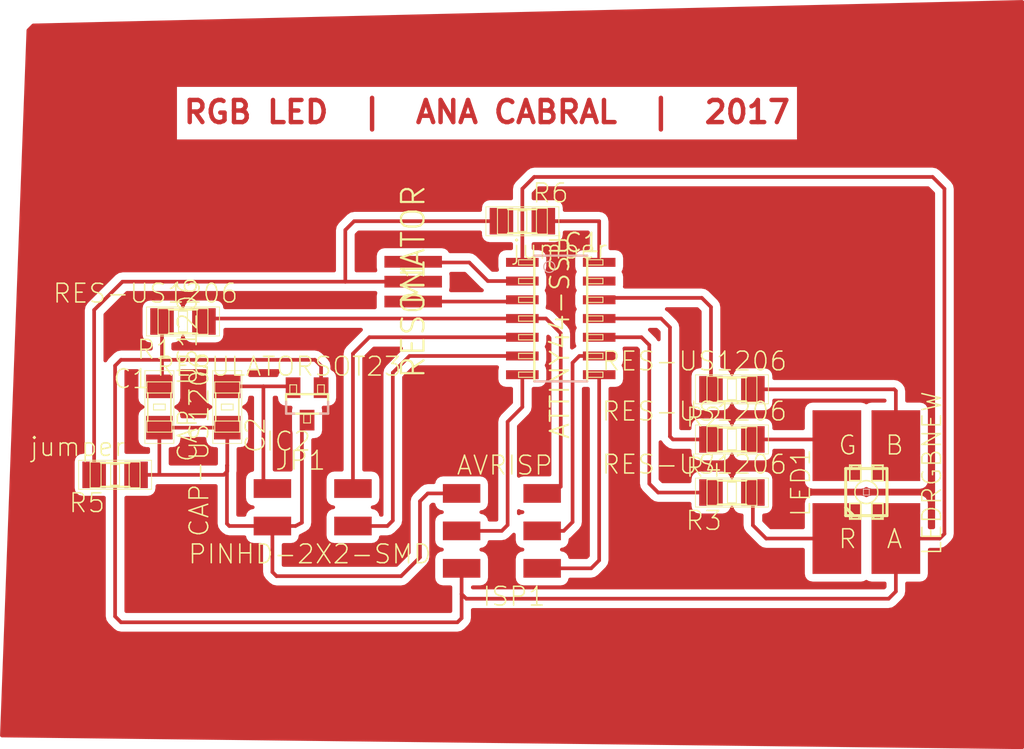
<source format=kicad_pcb>
(kicad_pcb (version 4) (host pcbnew 4.0.5)

  (general
    (links 32)
    (no_connects 2)
    (area 99 61.4 168.400001 112.200001)
    (thickness 1.6)
    (drawings 1)
    (tracks 123)
    (zones 0)
    (modules 14)
    (nets 19)
  )

  (page A4)
  (layers
    (0 F.Cu signal)
    (31 B.Cu signal)
    (32 B.Adhes user)
    (33 F.Adhes user)
    (34 B.Paste user)
    (35 F.Paste user)
    (36 B.SilkS user)
    (37 F.SilkS user)
    (38 B.Mask user)
    (39 F.Mask user)
    (40 Dwgs.User user)
    (41 Cmts.User user)
    (42 Eco1.User user)
    (43 Eco2.User user)
    (44 Edge.Cuts user)
    (45 Margin user)
    (46 B.CrtYd user)
    (47 F.CrtYd user)
    (48 B.Fab user)
    (49 F.Fab user)
  )

  (setup
    (last_trace_width 0.25)
    (trace_clearance 0.2)
    (zone_clearance 0.508)
    (zone_45_only no)
    (trace_min 0.2)
    (segment_width 0.2)
    (edge_width 0.15)
    (via_size 0.6)
    (via_drill 0.4)
    (via_min_size 0.4)
    (via_min_drill 0.3)
    (uvia_size 0.3)
    (uvia_drill 0.1)
    (uvias_allowed no)
    (uvia_min_size 0.2)
    (uvia_min_drill 0.1)
    (pcb_text_width 0.3)
    (pcb_text_size 1.5 1.5)
    (mod_edge_width 0.15)
    (mod_text_size 1 1)
    (mod_text_width 0.15)
    (pad_size 1.524 1.524)
    (pad_drill 0.762)
    (pad_to_mask_clearance 0.2)
    (aux_axis_origin 0 0)
    (visible_elements FFFFFF7F)
    (pcbplotparams
      (layerselection 0x00030_80000001)
      (usegerberextensions false)
      (excludeedgelayer true)
      (linewidth 0.100000)
      (plotframeref false)
      (viasonmask false)
      (mode 1)
      (useauxorigin false)
      (hpglpennumber 1)
      (hpglpenspeed 20)
      (hpglpendiameter 15)
      (hpglpenoverlay 2)
      (psnegative false)
      (psa4output false)
      (plotreference true)
      (plotvalue true)
      (plotinvisibletext false)
      (padsonsilk false)
      (subtractmaskfromsilk false)
      (outputformat 1)
      (mirror false)
      (drillshape 1)
      (scaleselection 1)
      (outputdirectory ""))
  )

  (net 0 "")
  (net 1 Earth)
  (net 2 VCC)
  (net 3 "Net-(C2-Pad1)")
  (net 4 "Net-(IC1-Pad2)")
  (net 5 "Net-(IC1-Pad3)")
  (net 6 "Net-(IC1-Pad4)")
  (net 7 "Net-(IC1-Pad5)")
  (net 8 "Net-(IC1-Pad6)")
  (net 9 "Net-(IC1-Pad7)")
  (net 10 "Net-(IC1-Pad8)")
  (net 11 "Net-(IC1-Pad9)")
  (net 12 "Net-(IC1-Pad10)")
  (net 13 "Net-(IC1-Pad11)")
  (net 14 "Net-(IC1-Pad12)")
  (net 15 "Net-(IC1-Pad13)")
  (net 16 "Net-(LED1-PadB)")
  (net 17 "Net-(LED1-PadG)")
  (net 18 "Net-(LED1-PadR)")

  (net_class Default "This is the default net class."
    (clearance 0.2)
    (trace_width 0.25)
    (via_dia 0.6)
    (via_drill 0.4)
    (uvia_dia 0.3)
    (uvia_drill 0.1)
    (add_net Earth)
    (add_net "Net-(C2-Pad1)")
    (add_net "Net-(IC1-Pad10)")
    (add_net "Net-(IC1-Pad11)")
    (add_net "Net-(IC1-Pad12)")
    (add_net "Net-(IC1-Pad13)")
    (add_net "Net-(IC1-Pad2)")
    (add_net "Net-(IC1-Pad3)")
    (add_net "Net-(IC1-Pad4)")
    (add_net "Net-(IC1-Pad5)")
    (add_net "Net-(IC1-Pad6)")
    (add_net "Net-(IC1-Pad7)")
    (add_net "Net-(IC1-Pad8)")
    (add_net "Net-(IC1-Pad9)")
    (add_net "Net-(LED1-PadB)")
    (add_net "Net-(LED1-PadG)")
    (add_net "Net-(LED1-PadR)")
    (add_net VCC)
  )

  (module fab:fab-C1206 (layer F.Cu) (tedit 58F270D9) (tstamp 58EF4EF1)
    (at 109.8 89 90)
    (descr CAPACITOR)
    (tags CAPACITOR)
    (path /58E209AF)
    (attr smd)
    (fp_text reference C1 (at 1.905 -1.905 180) (layer F.SilkS)
      (effects (font (size 1.27 1.27) (thickness 0.1016)))
    )
    (fp_text value CAP-US1206 (at 2.54 1.905 90) (layer F.SilkS)
      (effects (font (size 1.27 1.27) (thickness 0.1016)))
    )
    (fp_line (start -1.7018 0.8509) (end -0.94996 0.8509) (layer F.SilkS) (width 0.06604))
    (fp_line (start -0.94996 0.8509) (end -0.94996 -0.84836) (layer F.SilkS) (width 0.06604))
    (fp_line (start -1.7018 -0.84836) (end -0.94996 -0.84836) (layer F.SilkS) (width 0.06604))
    (fp_line (start -1.7018 0.8509) (end -1.7018 -0.84836) (layer F.SilkS) (width 0.06604))
    (fp_line (start 0.94996 0.84836) (end 1.7018 0.84836) (layer F.SilkS) (width 0.06604))
    (fp_line (start 1.7018 0.84836) (end 1.7018 -0.8509) (layer F.SilkS) (width 0.06604))
    (fp_line (start 0.94996 -0.8509) (end 1.7018 -0.8509) (layer F.SilkS) (width 0.06604))
    (fp_line (start 0.94996 0.84836) (end 0.94996 -0.8509) (layer F.SilkS) (width 0.06604))
    (fp_line (start -0.19812 0.39878) (end 0.19812 0.39878) (layer F.SilkS) (width 0.06604))
    (fp_line (start 0.19812 0.39878) (end 0.19812 -0.39878) (layer F.SilkS) (width 0.06604))
    (fp_line (start -0.19812 -0.39878) (end 0.19812 -0.39878) (layer F.SilkS) (width 0.06604))
    (fp_line (start -0.19812 0.39878) (end -0.19812 -0.39878) (layer F.SilkS) (width 0.06604))
    (fp_line (start -2.47142 -0.98298) (end 2.47142 -0.98298) (layer F.SilkS) (width 0.0508))
    (fp_line (start 2.47142 0.98298) (end -2.47142 0.98298) (layer F.SilkS) (width 0.0508))
    (fp_line (start -2.47142 0.98298) (end -2.47142 -0.98298) (layer F.SilkS) (width 0.0508))
    (fp_line (start 2.47142 -0.98298) (end 2.47142 0.98298) (layer F.SilkS) (width 0.0508))
    (fp_line (start -0.96266 -0.78486) (end 0.96266 -0.78486) (layer F.SilkS) (width 0.1016))
    (fp_line (start -0.96266 0.78486) (end 0.96266 0.78486) (layer F.SilkS) (width 0.1016))
    (pad 1 smd rect (at -1.39954 0 90) (size 1.59766 1.79832) (layers F.Cu F.Paste F.Mask)
      (net 1 Earth))
    (pad 2 smd rect (at 1.39954 0 90) (size 1.59766 1.79832) (layers F.Cu F.Paste F.Mask)
      (net 2 VCC))
  )

  (module fab:fab-C1206 (layer F.Cu) (tedit 200000) (tstamp 58EF4F09)
    (at 114.4 89 270)
    (descr CAPACITOR)
    (tags CAPACITOR)
    (path /58E29D91)
    (attr smd)
    (fp_text reference C2 (at 1.905 -1.905 270) (layer F.SilkS)
      (effects (font (size 1.27 1.27) (thickness 0.1016)))
    )
    (fp_text value CAP-US1206 (at 2.54 1.905 270) (layer F.SilkS)
      (effects (font (size 1.27 1.27) (thickness 0.1016)))
    )
    (fp_line (start -1.7018 0.8509) (end -0.94996 0.8509) (layer F.SilkS) (width 0.06604))
    (fp_line (start -0.94996 0.8509) (end -0.94996 -0.84836) (layer F.SilkS) (width 0.06604))
    (fp_line (start -1.7018 -0.84836) (end -0.94996 -0.84836) (layer F.SilkS) (width 0.06604))
    (fp_line (start -1.7018 0.8509) (end -1.7018 -0.84836) (layer F.SilkS) (width 0.06604))
    (fp_line (start 0.94996 0.84836) (end 1.7018 0.84836) (layer F.SilkS) (width 0.06604))
    (fp_line (start 1.7018 0.84836) (end 1.7018 -0.8509) (layer F.SilkS) (width 0.06604))
    (fp_line (start 0.94996 -0.8509) (end 1.7018 -0.8509) (layer F.SilkS) (width 0.06604))
    (fp_line (start 0.94996 0.84836) (end 0.94996 -0.8509) (layer F.SilkS) (width 0.06604))
    (fp_line (start -0.19812 0.39878) (end 0.19812 0.39878) (layer F.SilkS) (width 0.06604))
    (fp_line (start 0.19812 0.39878) (end 0.19812 -0.39878) (layer F.SilkS) (width 0.06604))
    (fp_line (start -0.19812 -0.39878) (end 0.19812 -0.39878) (layer F.SilkS) (width 0.06604))
    (fp_line (start -0.19812 0.39878) (end -0.19812 -0.39878) (layer F.SilkS) (width 0.06604))
    (fp_line (start -2.47142 -0.98298) (end 2.47142 -0.98298) (layer F.SilkS) (width 0.0508))
    (fp_line (start 2.47142 0.98298) (end -2.47142 0.98298) (layer F.SilkS) (width 0.0508))
    (fp_line (start -2.47142 0.98298) (end -2.47142 -0.98298) (layer F.SilkS) (width 0.0508))
    (fp_line (start 2.47142 -0.98298) (end 2.47142 0.98298) (layer F.SilkS) (width 0.0508))
    (fp_line (start -0.96266 -0.78486) (end 0.96266 -0.78486) (layer F.SilkS) (width 0.1016))
    (fp_line (start -0.96266 0.78486) (end 0.96266 0.78486) (layer F.SilkS) (width 0.1016))
    (pad 1 smd rect (at -1.39954 0 270) (size 1.59766 1.79832) (layers F.Cu F.Paste F.Mask)
      (net 3 "Net-(C2-Pad1)"))
    (pad 2 smd rect (at 1.39954 0 270) (size 1.59766 1.79832) (layers F.Cu F.Paste F.Mask)
      (net 1 Earth))
  )

  (module fab:fab-SOIC14 (layer F.Cu) (tedit 200000) (tstamp 58EF4F58)
    (at 137 83 270)
    (descr "SMALL OUTLINE PACKAGE")
    (tags "SMALL OUTLINE PACKAGE")
    (path /58E2073D)
    (attr smd)
    (fp_text reference IC1 (at -5.1435 -1.143 360) (layer F.SilkS)
      (effects (font (size 1.27 1.27) (thickness 0.127)))
    )
    (fp_text value ATTINY44-SSU (at 1.27 0.0635 270) (layer F.SilkS)
      (effects (font (size 1.27 1.27) (thickness 0.127)))
    )
    (fp_line (start -3.9878 -1.8415) (end -3.62966 -1.8415) (layer F.SilkS) (width 0.06604))
    (fp_line (start -3.62966 -1.8415) (end -3.62966 -2.8575) (layer F.SilkS) (width 0.06604))
    (fp_line (start -3.9878 -2.8575) (end -3.62966 -2.8575) (layer F.SilkS) (width 0.06604))
    (fp_line (start -3.9878 -1.8415) (end -3.9878 -2.8575) (layer F.SilkS) (width 0.06604))
    (fp_line (start -2.7178 -1.8415) (end -2.3622 -1.8415) (layer F.SilkS) (width 0.06604))
    (fp_line (start -2.3622 -1.8415) (end -2.3622 -2.8575) (layer F.SilkS) (width 0.06604))
    (fp_line (start -2.7178 -2.8575) (end -2.3622 -2.8575) (layer F.SilkS) (width 0.06604))
    (fp_line (start -2.7178 -1.8415) (end -2.7178 -2.8575) (layer F.SilkS) (width 0.06604))
    (fp_line (start -1.4478 -1.8415) (end -1.08966 -1.8415) (layer F.SilkS) (width 0.06604))
    (fp_line (start -1.08966 -1.8415) (end -1.08966 -2.8575) (layer F.SilkS) (width 0.06604))
    (fp_line (start -1.4478 -2.8575) (end -1.08966 -2.8575) (layer F.SilkS) (width 0.06604))
    (fp_line (start -1.4478 -1.8415) (end -1.4478 -2.8575) (layer F.SilkS) (width 0.06604))
    (fp_line (start -0.1778 -1.8415) (end 0.1778 -1.8415) (layer F.SilkS) (width 0.06604))
    (fp_line (start 0.1778 -1.8415) (end 0.1778 -2.8575) (layer F.SilkS) (width 0.06604))
    (fp_line (start -0.1778 -2.8575) (end 0.1778 -2.8575) (layer F.SilkS) (width 0.06604))
    (fp_line (start -0.1778 -1.8415) (end -0.1778 -2.8575) (layer F.SilkS) (width 0.06604))
    (fp_line (start 1.08966 -1.8415) (end 1.4478 -1.8415) (layer F.SilkS) (width 0.06604))
    (fp_line (start 1.4478 -1.8415) (end 1.4478 -2.8575) (layer F.SilkS) (width 0.06604))
    (fp_line (start 1.08966 -2.8575) (end 1.4478 -2.8575) (layer F.SilkS) (width 0.06604))
    (fp_line (start 1.08966 -1.8415) (end 1.08966 -2.8575) (layer F.SilkS) (width 0.06604))
    (fp_line (start 2.3622 -1.8415) (end 2.7178 -1.8415) (layer F.SilkS) (width 0.06604))
    (fp_line (start 2.7178 -1.8415) (end 2.7178 -2.8575) (layer F.SilkS) (width 0.06604))
    (fp_line (start 2.3622 -2.8575) (end 2.7178 -2.8575) (layer F.SilkS) (width 0.06604))
    (fp_line (start 2.3622 -1.8415) (end 2.3622 -2.8575) (layer F.SilkS) (width 0.06604))
    (fp_line (start 3.62966 -1.8415) (end 3.9878 -1.8415) (layer F.SilkS) (width 0.06604))
    (fp_line (start 3.9878 -1.8415) (end 3.9878 -2.8575) (layer F.SilkS) (width 0.06604))
    (fp_line (start 3.62966 -2.8575) (end 3.9878 -2.8575) (layer F.SilkS) (width 0.06604))
    (fp_line (start 3.62966 -1.8415) (end 3.62966 -2.8575) (layer F.SilkS) (width 0.06604))
    (fp_line (start 3.62966 2.8575) (end 3.9878 2.8575) (layer F.SilkS) (width 0.06604))
    (fp_line (start 3.9878 2.8575) (end 3.9878 1.8415) (layer F.SilkS) (width 0.06604))
    (fp_line (start 3.62966 1.8415) (end 3.9878 1.8415) (layer F.SilkS) (width 0.06604))
    (fp_line (start 3.62966 2.8575) (end 3.62966 1.8415) (layer F.SilkS) (width 0.06604))
    (fp_line (start 2.3622 2.8575) (end 2.7178 2.8575) (layer F.SilkS) (width 0.06604))
    (fp_line (start 2.7178 2.8575) (end 2.7178 1.8415) (layer F.SilkS) (width 0.06604))
    (fp_line (start 2.3622 1.8415) (end 2.7178 1.8415) (layer F.SilkS) (width 0.06604))
    (fp_line (start 2.3622 2.8575) (end 2.3622 1.8415) (layer F.SilkS) (width 0.06604))
    (fp_line (start 1.08966 2.8575) (end 1.4478 2.8575) (layer F.SilkS) (width 0.06604))
    (fp_line (start 1.4478 2.8575) (end 1.4478 1.8415) (layer F.SilkS) (width 0.06604))
    (fp_line (start 1.08966 1.8415) (end 1.4478 1.8415) (layer F.SilkS) (width 0.06604))
    (fp_line (start 1.08966 2.8575) (end 1.08966 1.8415) (layer F.SilkS) (width 0.06604))
    (fp_line (start -0.1778 2.8575) (end 0.1778 2.8575) (layer F.SilkS) (width 0.06604))
    (fp_line (start 0.1778 2.8575) (end 0.1778 1.8415) (layer F.SilkS) (width 0.06604))
    (fp_line (start -0.1778 1.8415) (end 0.1778 1.8415) (layer F.SilkS) (width 0.06604))
    (fp_line (start -0.1778 2.8575) (end -0.1778 1.8415) (layer F.SilkS) (width 0.06604))
    (fp_line (start -1.4478 2.8575) (end -1.08966 2.8575) (layer F.SilkS) (width 0.06604))
    (fp_line (start -1.08966 2.8575) (end -1.08966 1.8415) (layer F.SilkS) (width 0.06604))
    (fp_line (start -1.4478 1.8415) (end -1.08966 1.8415) (layer F.SilkS) (width 0.06604))
    (fp_line (start -1.4478 2.8575) (end -1.4478 1.8415) (layer F.SilkS) (width 0.06604))
    (fp_line (start -2.7178 2.8575) (end -2.3622 2.8575) (layer F.SilkS) (width 0.06604))
    (fp_line (start -2.3622 2.8575) (end -2.3622 1.8415) (layer F.SilkS) (width 0.06604))
    (fp_line (start -2.7178 1.8415) (end -2.3622 1.8415) (layer F.SilkS) (width 0.06604))
    (fp_line (start -2.7178 2.8575) (end -2.7178 1.8415) (layer F.SilkS) (width 0.06604))
    (fp_line (start -3.9878 2.8575) (end -3.62966 2.8575) (layer F.SilkS) (width 0.06604))
    (fp_line (start -3.62966 2.8575) (end -3.62966 1.8415) (layer F.SilkS) (width 0.06604))
    (fp_line (start -3.9878 1.8415) (end -3.62966 1.8415) (layer F.SilkS) (width 0.06604))
    (fp_line (start -3.9878 2.8575) (end -3.9878 1.8415) (layer F.SilkS) (width 0.06604))
    (fp_line (start -4.26466 1.7907) (end 4.26466 1.7907) (layer F.SilkS) (width 0.1524))
    (fp_line (start 4.26466 1.7907) (end 4.26466 -1.7907) (layer B.SilkS) (width 0.1524))
    (fp_line (start 4.26466 -1.7907) (end -4.26466 -1.7907) (layer F.SilkS) (width 0.1524))
    (fp_line (start -4.26466 -1.7907) (end -4.26466 1.7907) (layer B.SilkS) (width 0.1524))
    (fp_circle (center -3.5052 0.7747) (end -3.7719 1.0414) (layer B.SilkS) (width 0.0762))
    (pad 1 smd rect (at -3.81 2.6035 270) (size 0.6096 2.20726) (layers F.Cu F.Paste F.Mask)
      (net 2 VCC))
    (pad 2 smd rect (at -2.54 2.6035 270) (size 0.6096 2.20726) (layers F.Cu F.Paste F.Mask)
      (net 4 "Net-(IC1-Pad2)"))
    (pad 3 smd rect (at -1.27 2.6035 270) (size 0.6096 2.20726) (layers F.Cu F.Paste F.Mask)
      (net 5 "Net-(IC1-Pad3)"))
    (pad 4 smd rect (at 0 2.6035 270) (size 0.6096 2.20726) (layers F.Cu F.Paste F.Mask)
      (net 6 "Net-(IC1-Pad4)"))
    (pad 5 smd rect (at 1.27 2.6035 270) (size 0.6096 2.20726) (layers F.Cu F.Paste F.Mask)
      (net 7 "Net-(IC1-Pad5)"))
    (pad 6 smd rect (at 2.54 2.6035 270) (size 0.6096 2.20726) (layers F.Cu F.Paste F.Mask)
      (net 8 "Net-(IC1-Pad6)"))
    (pad 7 smd rect (at 3.81 2.6035 270) (size 0.6096 2.20726) (layers F.Cu F.Paste F.Mask)
      (net 9 "Net-(IC1-Pad7)"))
    (pad 8 smd rect (at 3.81 -2.6035 270) (size 0.6096 2.20726) (layers F.Cu F.Paste F.Mask)
      (net 10 "Net-(IC1-Pad8)"))
    (pad 9 smd rect (at 2.54 -2.6035 270) (size 0.6096 2.20726) (layers F.Cu F.Paste F.Mask)
      (net 11 "Net-(IC1-Pad9)"))
    (pad 10 smd rect (at 1.27 -2.6035 270) (size 0.6096 2.20726) (layers F.Cu F.Paste F.Mask)
      (net 12 "Net-(IC1-Pad10)"))
    (pad 11 smd rect (at 0 -2.6035 270) (size 0.6096 2.20726) (layers F.Cu F.Paste F.Mask)
      (net 13 "Net-(IC1-Pad11)"))
    (pad 12 smd rect (at -1.27 -2.6035 270) (size 0.6096 2.20726) (layers F.Cu F.Paste F.Mask)
      (net 14 "Net-(IC1-Pad12)"))
    (pad 13 smd rect (at -2.54 -2.6035 270) (size 0.6096 2.20726) (layers F.Cu F.Paste F.Mask)
      (net 15 "Net-(IC1-Pad13)"))
    (pad 14 smd rect (at -3.81 -2.6035 270) (size 0.6096 2.20726) (layers F.Cu F.Paste F.Mask)
      (net 1 Earth))
  )

  (module fab:fab-SOT23 (layer F.Cu) (tedit 200000) (tstamp 58EF4F73)
    (at 119.81 88.79 180)
    (descr "SOT 23")
    (tags "SOT 23")
    (path /58E20A17)
    (attr smd)
    (fp_text reference IC2 (at 1.27 -2.54 180) (layer F.SilkS)
      (effects (font (size 1.27 1.27) (thickness 0.1016)))
    )
    (fp_text value REGULATORSOT23 (at 1.905 2.54 180) (layer F.SilkS)
      (effects (font (size 1.27 1.27) (thickness 0.1016)))
    )
    (fp_line (start -0.2286 -0.7112) (end 0.2286 -0.7112) (layer F.SilkS) (width 0.06604))
    (fp_line (start 0.2286 -0.7112) (end 0.2286 -1.29286) (layer F.SilkS) (width 0.06604))
    (fp_line (start -0.2286 -1.29286) (end 0.2286 -1.29286) (layer F.SilkS) (width 0.06604))
    (fp_line (start -0.2286 -0.7112) (end -0.2286 -1.29286) (layer F.SilkS) (width 0.06604))
    (fp_line (start 0.7112 1.29286) (end 1.1684 1.29286) (layer F.SilkS) (width 0.06604))
    (fp_line (start 1.1684 1.29286) (end 1.1684 0.7112) (layer F.SilkS) (width 0.06604))
    (fp_line (start 0.7112 0.7112) (end 1.1684 0.7112) (layer F.SilkS) (width 0.06604))
    (fp_line (start 0.7112 1.29286) (end 0.7112 0.7112) (layer F.SilkS) (width 0.06604))
    (fp_line (start -1.1684 1.29286) (end -0.7112 1.29286) (layer F.SilkS) (width 0.06604))
    (fp_line (start -0.7112 1.29286) (end -0.7112 0.7112) (layer F.SilkS) (width 0.06604))
    (fp_line (start -1.1684 0.7112) (end -0.7112 0.7112) (layer F.SilkS) (width 0.06604))
    (fp_line (start -1.1684 1.29286) (end -1.1684 0.7112) (layer F.SilkS) (width 0.06604))
    (fp_line (start 1.4224 -0.6604) (end 1.4224 0.6604) (layer F.SilkS) (width 0.1524))
    (fp_line (start 1.4224 0.6604) (end -1.4224 0.6604) (layer F.SilkS) (width 0.1524))
    (fp_line (start -1.4224 0.6604) (end -1.4224 -0.6604) (layer F.SilkS) (width 0.1524))
    (fp_line (start -1.4224 -0.6604) (end 1.4224 -0.6604) (layer F.SilkS) (width 0.1524))
    (fp_line (start -1.4224 0.1524) (end -1.4224 -0.6604) (layer B.SilkS) (width 0.1524))
    (fp_line (start -1.4224 -0.6604) (end -0.8636 -0.6604) (layer B.SilkS) (width 0.1524))
    (fp_line (start 1.4224 -0.6604) (end 1.4224 0.1524) (layer B.SilkS) (width 0.1524))
    (fp_line (start 0.8636 -0.6604) (end 1.4224 -0.6604) (layer B.SilkS) (width 0.1524))
    (pad 1 smd rect (at -0.94996 1.09982 180) (size 0.99822 1.39954) (layers F.Cu F.Paste F.Mask)
      (net 2 VCC))
    (pad 2 smd rect (at 0.94996 1.09982 180) (size 0.99822 1.39954) (layers F.Cu F.Paste F.Mask)
      (net 3 "Net-(C2-Pad1)"))
    (pad 3 smd rect (at 0 -1.09982 180) (size 0.99822 1.39954) (layers F.Cu F.Paste F.Mask)
      (net 1 Earth))
  )

  (module fab:fab-P-LCC-4 (layer F.Cu) (tedit 200000) (tstamp 58EF4FCF)
    (at 157.71 94.77)
    (descr "POWER TOPLED®")
    (tags "POWER TOPLED®")
    (path /58E208D8)
    (attr smd)
    (fp_text reference LED1 (at -4.445 -0.635 90) (layer F.SilkS)
      (effects (font (size 1.27 1.27) (thickness 0.1016)))
    )
    (fp_text value LEDRGBNEW (at 4.445 -1.27 90) (layer F.SilkS)
      (effects (font (size 1.27 1.27) (thickness 0.1016)))
    )
    (fp_line (start -1.14808 -0.7493) (end -0.34798 -0.7493) (layer F.SilkS) (width 0.06604))
    (fp_line (start -0.34798 -0.7493) (end -0.34798 -1.84912) (layer F.SilkS) (width 0.06604))
    (fp_line (start -1.14808 -1.84912) (end -0.34798 -1.84912) (layer F.SilkS) (width 0.06604))
    (fp_line (start -1.14808 -0.7493) (end -1.14808 -1.84912) (layer F.SilkS) (width 0.06604))
    (fp_line (start 0.34798 -0.7493) (end 1.14808 -0.7493) (layer F.SilkS) (width 0.06604))
    (fp_line (start 1.14808 -0.7493) (end 1.14808 -1.84912) (layer F.SilkS) (width 0.06604))
    (fp_line (start 0.34798 -1.84912) (end 1.14808 -1.84912) (layer F.SilkS) (width 0.06604))
    (fp_line (start 0.34798 -0.7493) (end 0.34798 -1.84912) (layer F.SilkS) (width 0.06604))
    (fp_line (start 0.34798 1.84912) (end 1.14808 1.84912) (layer F.SilkS) (width 0.06604))
    (fp_line (start 1.14808 1.84912) (end 1.14808 0.7493) (layer F.SilkS) (width 0.06604))
    (fp_line (start 0.34798 0.7493) (end 1.14808 0.7493) (layer F.SilkS) (width 0.06604))
    (fp_line (start 0.34798 1.84912) (end 0.34798 0.7493) (layer F.SilkS) (width 0.06604))
    (fp_line (start -1.14808 1.84912) (end -0.34798 1.84912) (layer F.SilkS) (width 0.06604))
    (fp_line (start -0.34798 1.84912) (end -0.34798 0.7493) (layer F.SilkS) (width 0.06604))
    (fp_line (start -1.14808 0.7493) (end -0.34798 0.7493) (layer F.SilkS) (width 0.06604))
    (fp_line (start -1.14808 1.84912) (end -1.14808 0.7493) (layer F.SilkS) (width 0.06604))
    (fp_line (start -1.09982 1.79832) (end -0.39878 1.79832) (layer F.SilkS) (width 0.06604))
    (fp_line (start -0.39878 1.79832) (end -0.39878 0.79756) (layer F.SilkS) (width 0.06604))
    (fp_line (start -1.09982 0.79756) (end -0.39878 0.79756) (layer F.SilkS) (width 0.06604))
    (fp_line (start -1.09982 1.79832) (end -1.09982 0.79756) (layer F.SilkS) (width 0.06604))
    (fp_line (start 0.39878 1.79832) (end 1.09982 1.79832) (layer F.SilkS) (width 0.06604))
    (fp_line (start 1.09982 1.79832) (end 1.09982 0.79756) (layer F.SilkS) (width 0.06604))
    (fp_line (start 0.39878 0.79756) (end 1.09982 0.79756) (layer F.SilkS) (width 0.06604))
    (fp_line (start 0.39878 1.79832) (end 0.39878 0.79756) (layer F.SilkS) (width 0.06604))
    (fp_line (start 0.39878 -0.79756) (end 1.09982 -0.79756) (layer F.SilkS) (width 0.06604))
    (fp_line (start 1.09982 -0.79756) (end 1.09982 -1.79832) (layer F.SilkS) (width 0.06604))
    (fp_line (start 0.39878 -1.79832) (end 1.09982 -1.79832) (layer F.SilkS) (width 0.06604))
    (fp_line (start 0.39878 -0.79756) (end 0.39878 -1.79832) (layer F.SilkS) (width 0.06604))
    (fp_line (start -1.09982 -0.79756) (end -0.39878 -0.79756) (layer F.SilkS) (width 0.06604))
    (fp_line (start -0.39878 -0.79756) (end -0.39878 -1.79832) (layer F.SilkS) (width 0.06604))
    (fp_line (start -1.09982 -1.79832) (end -0.39878 -1.79832) (layer F.SilkS) (width 0.06604))
    (fp_line (start -1.09982 -0.79756) (end -1.09982 -1.79832) (layer F.SilkS) (width 0.06604))
    (fp_line (start -0.19812 0.19812) (end 0.19812 0.19812) (layer B.SilkS) (width 0.06604))
    (fp_line (start 0.19812 0.19812) (end 0.19812 -0.19812) (layer B.SilkS) (width 0.06604))
    (fp_line (start -0.19812 -0.19812) (end 0.19812 -0.19812) (layer B.SilkS) (width 0.06604))
    (fp_line (start -0.19812 0.19812) (end -0.19812 -0.19812) (layer B.SilkS) (width 0.06604))
    (fp_line (start -1.39954 1.04902) (end -1.39954 1.59766) (layer F.SilkS) (width 0.2032))
    (fp_line (start -1.39954 1.59766) (end -0.99822 1.59766) (layer F.SilkS) (width 0.2032))
    (fp_line (start -0.99822 1.59766) (end -0.84836 1.59766) (layer F.SilkS) (width 0.2032))
    (fp_line (start -0.84836 1.59766) (end 0.99822 1.59766) (layer F.SilkS) (width 0.2032))
    (fp_line (start 0.99822 1.59766) (end 1.39954 1.59766) (layer F.SilkS) (width 0.2032))
    (fp_line (start 1.39954 1.59766) (end 1.39954 -1.59766) (layer F.SilkS) (width 0.2032))
    (fp_line (start 1.39954 -1.59766) (end 1.09982 -1.59766) (layer F.SilkS) (width 0.2032))
    (fp_line (start 1.09982 -1.59766) (end -0.99822 -1.59766) (layer F.SilkS) (width 0.2032))
    (fp_line (start -0.99822 -1.59766) (end -1.39954 -1.59766) (layer F.SilkS) (width 0.2032))
    (fp_line (start -0.99822 -1.59766) (end -0.99822 -1.79832) (layer F.SilkS) (width 0.1016))
    (fp_line (start -0.99822 -1.79832) (end -0.49784 -1.79832) (layer F.SilkS) (width 0.1016))
    (fp_line (start -0.49784 -1.79832) (end -0.49784 -1.64846) (layer F.SilkS) (width 0.1016))
    (fp_line (start 0.49784 -1.64846) (end 0.49784 -1.79832) (layer F.SilkS) (width 0.1016))
    (fp_line (start 0.49784 -1.79832) (end 1.09982 -1.79832) (layer F.SilkS) (width 0.1016))
    (fp_line (start 1.09982 -1.79832) (end 1.09982 -1.59766) (layer F.SilkS) (width 0.1016))
    (fp_line (start -0.99822 1.59766) (end -0.99822 1.79832) (layer F.SilkS) (width 0.1016))
    (fp_line (start -0.99822 1.79832) (end -0.49784 1.79832) (layer F.SilkS) (width 0.1016))
    (fp_line (start -0.49784 1.79832) (end -0.49784 1.64846) (layer F.SilkS) (width 0.1016))
    (fp_line (start 0.49784 1.64846) (end 0.49784 1.79832) (layer F.SilkS) (width 0.1016))
    (fp_line (start 0.49784 1.79832) (end 0.99822 1.79832) (layer F.SilkS) (width 0.1016))
    (fp_line (start 0.99822 1.79832) (end 0.99822 1.59766) (layer F.SilkS) (width 0.1016))
    (fp_line (start -0.84836 1.59766) (end -1.39954 1.04902) (layer F.SilkS) (width 0.2032))
    (fp_line (start -1.39954 -1.59766) (end -1.39954 1.04902) (layer F.SilkS) (width 0.2032))
    (fp_circle (center 0 0) (end -0.54864 0.54864) (layer F.SilkS) (width 0.1016))
    (fp_text user R (at -1.27 3.175) (layer F.SilkS)
      (effects (font (size 1.27 1.27) (thickness 0.1016)))
    )
    (fp_text user G (at -1.27 -3.175) (layer F.SilkS)
      (effects (font (size 1.27 1.27) (thickness 0.1016)))
    )
    (fp_text user B (at 1.905 -3.175) (layer F.SilkS)
      (effects (font (size 1.27 1.27) (thickness 0.1016)))
    )
    (fp_text user A (at 1.905 3.175) (layer F.SilkS)
      (effects (font (size 1.27 1.27) (thickness 0.1016)))
    )
    (pad A smd rect (at 1.99898 3.1496) (size 3.29946 4.79806) (layers F.Cu F.Paste F.Mask)
      (net 2 VCC))
    (pad B smd rect (at 1.99898 -3.1496) (size 3.29946 4.79806) (layers F.Cu F.Paste F.Mask)
      (net 16 "Net-(LED1-PadB)"))
    (pad G smd rect (at -1.99898 -3.1496) (size 3.29946 4.79806) (layers F.Cu F.Paste F.Mask)
      (net 17 "Net-(LED1-PadG)"))
    (pad R smd rect (at -1.99898 3.1496) (size 3.29946 4.79806) (layers F.Cu F.Paste F.Mask)
      (net 18 "Net-(LED1-PadR)"))
  )

  (module fab:fab-EFOBM (layer F.Cu) (tedit 200000) (tstamp 58EF4FD6)
    (at 127 80.5 270)
    (path /58E20AF7)
    (attr smd)
    (fp_text reference M1 (at 0 0 270) (layer F.SilkS)
      (effects (font (thickness 0.15)))
    )
    (fp_text value RESONATOR (at 0 0 270) (layer F.SilkS)
      (effects (font (thickness 0.15)))
    )
    (pad 1 smd rect (at -1.34874 0) (size 3.8989 0.79756) (layers F.Cu F.Paste F.Mask)
      (net 4 "Net-(IC1-Pad2)"))
    (pad 2 smd rect (at 0 0 180) (size 3.8989 0.79756) (layers F.Cu F.Paste F.Mask)
      (net 1 Earth))
    (pad 3 smd rect (at 1.34874 0 180) (size 3.8989 0.79756) (layers F.Cu F.Paste F.Mask)
      (net 5 "Net-(IC1-Pad3)"))
  )

  (module fab:fab-R1206 (layer F.Cu) (tedit 200000) (tstamp 58EF4FEE)
    (at 111.4 83.2 180)
    (descr RESISTOR)
    (tags RESISTOR)
    (path /58E2088E)
    (attr smd)
    (fp_text reference R1 (at 1.905 -1.905 180) (layer F.SilkS)
      (effects (font (size 1.27 1.27) (thickness 0.1016)))
    )
    (fp_text value RES-US1206 (at 2.54 1.905 180) (layer F.SilkS)
      (effects (font (size 1.27 1.27) (thickness 0.1016)))
    )
    (fp_line (start -1.6891 0.8763) (end -0.9525 0.8763) (layer F.SilkS) (width 0.06604))
    (fp_line (start -0.9525 0.8763) (end -0.9525 -0.8763) (layer F.SilkS) (width 0.06604))
    (fp_line (start -1.6891 -0.8763) (end -0.9525 -0.8763) (layer F.SilkS) (width 0.06604))
    (fp_line (start -1.6891 0.8763) (end -1.6891 -0.8763) (layer F.SilkS) (width 0.06604))
    (fp_line (start 0.9525 0.8763) (end 1.6891 0.8763) (layer F.SilkS) (width 0.06604))
    (fp_line (start 1.6891 0.8763) (end 1.6891 -0.8763) (layer F.SilkS) (width 0.06604))
    (fp_line (start 0.9525 -0.8763) (end 1.6891 -0.8763) (layer F.SilkS) (width 0.06604))
    (fp_line (start 0.9525 0.8763) (end 0.9525 -0.8763) (layer F.SilkS) (width 0.06604))
    (fp_line (start -0.29972 0.6985) (end 0.29972 0.6985) (layer F.SilkS) (width 0.06604))
    (fp_line (start 0.29972 0.6985) (end 0.29972 -0.6985) (layer F.SilkS) (width 0.06604))
    (fp_line (start -0.29972 -0.6985) (end 0.29972 -0.6985) (layer F.SilkS) (width 0.06604))
    (fp_line (start -0.29972 0.6985) (end -0.29972 -0.6985) (layer F.SilkS) (width 0.06604))
    (fp_line (start 0.9525 0.8128) (end -0.9652 0.8128) (layer F.SilkS) (width 0.1524))
    (fp_line (start 0.9525 -0.8128) (end -0.9652 -0.8128) (layer F.SilkS) (width 0.1524))
    (fp_line (start -2.47142 -0.98298) (end 2.47142 -0.98298) (layer F.SilkS) (width 0.0508))
    (fp_line (start 2.47142 -0.98298) (end 2.47142 0.98298) (layer F.SilkS) (width 0.0508))
    (fp_line (start 2.47142 0.98298) (end -2.47142 0.98298) (layer F.SilkS) (width 0.0508))
    (fp_line (start -2.47142 0.98298) (end -2.47142 -0.98298) (layer F.SilkS) (width 0.0508))
    (pad 1 smd rect (at -1.41986 0 180) (size 1.59766 1.80086) (layers F.Cu F.Paste F.Mask)
      (net 6 "Net-(IC1-Pad4)"))
    (pad 2 smd rect (at 1.41986 0 180) (size 1.59766 1.80086) (layers F.Cu F.Paste F.Mask)
      (net 2 VCC))
  )

  (module fab:fab-R1206 (layer F.Cu) (tedit 200000) (tstamp 58EF5006)
    (at 148.6 87.8 180)
    (descr RESISTOR)
    (tags RESISTOR)
    (path /58E207BB)
    (attr smd)
    (fp_text reference R2 (at 1.905 -1.905 180) (layer F.SilkS)
      (effects (font (size 1.27 1.27) (thickness 0.1016)))
    )
    (fp_text value RES-US1206 (at 2.54 1.905 180) (layer F.SilkS)
      (effects (font (size 1.27 1.27) (thickness 0.1016)))
    )
    (fp_line (start -1.6891 0.8763) (end -0.9525 0.8763) (layer F.SilkS) (width 0.06604))
    (fp_line (start -0.9525 0.8763) (end -0.9525 -0.8763) (layer F.SilkS) (width 0.06604))
    (fp_line (start -1.6891 -0.8763) (end -0.9525 -0.8763) (layer F.SilkS) (width 0.06604))
    (fp_line (start -1.6891 0.8763) (end -1.6891 -0.8763) (layer F.SilkS) (width 0.06604))
    (fp_line (start 0.9525 0.8763) (end 1.6891 0.8763) (layer F.SilkS) (width 0.06604))
    (fp_line (start 1.6891 0.8763) (end 1.6891 -0.8763) (layer F.SilkS) (width 0.06604))
    (fp_line (start 0.9525 -0.8763) (end 1.6891 -0.8763) (layer F.SilkS) (width 0.06604))
    (fp_line (start 0.9525 0.8763) (end 0.9525 -0.8763) (layer F.SilkS) (width 0.06604))
    (fp_line (start -0.29972 0.6985) (end 0.29972 0.6985) (layer F.SilkS) (width 0.06604))
    (fp_line (start 0.29972 0.6985) (end 0.29972 -0.6985) (layer F.SilkS) (width 0.06604))
    (fp_line (start -0.29972 -0.6985) (end 0.29972 -0.6985) (layer F.SilkS) (width 0.06604))
    (fp_line (start -0.29972 0.6985) (end -0.29972 -0.6985) (layer F.SilkS) (width 0.06604))
    (fp_line (start 0.9525 0.8128) (end -0.9652 0.8128) (layer F.SilkS) (width 0.1524))
    (fp_line (start 0.9525 -0.8128) (end -0.9652 -0.8128) (layer F.SilkS) (width 0.1524))
    (fp_line (start -2.47142 -0.98298) (end 2.47142 -0.98298) (layer F.SilkS) (width 0.0508))
    (fp_line (start 2.47142 -0.98298) (end 2.47142 0.98298) (layer F.SilkS) (width 0.0508))
    (fp_line (start 2.47142 0.98298) (end -2.47142 0.98298) (layer F.SilkS) (width 0.0508))
    (fp_line (start -2.47142 0.98298) (end -2.47142 -0.98298) (layer F.SilkS) (width 0.0508))
    (pad 1 smd rect (at -1.41986 0 180) (size 1.59766 1.80086) (layers F.Cu F.Paste F.Mask)
      (net 16 "Net-(LED1-PadB)"))
    (pad 2 smd rect (at 1.41986 0 180) (size 1.59766 1.80086) (layers F.Cu F.Paste F.Mask)
      (net 14 "Net-(IC1-Pad12)"))
  )

  (module fab:fab-R1206 (layer F.Cu) (tedit 200000) (tstamp 58EF501E)
    (at 148.6 94.8 180)
    (descr RESISTOR)
    (tags RESISTOR)
    (path /58E20808)
    (attr smd)
    (fp_text reference R3 (at 1.905 -1.905 180) (layer F.SilkS)
      (effects (font (size 1.27 1.27) (thickness 0.1016)))
    )
    (fp_text value RES-US1206 (at 2.54 1.905 180) (layer F.SilkS)
      (effects (font (size 1.27 1.27) (thickness 0.1016)))
    )
    (fp_line (start -1.6891 0.8763) (end -0.9525 0.8763) (layer F.SilkS) (width 0.06604))
    (fp_line (start -0.9525 0.8763) (end -0.9525 -0.8763) (layer F.SilkS) (width 0.06604))
    (fp_line (start -1.6891 -0.8763) (end -0.9525 -0.8763) (layer F.SilkS) (width 0.06604))
    (fp_line (start -1.6891 0.8763) (end -1.6891 -0.8763) (layer F.SilkS) (width 0.06604))
    (fp_line (start 0.9525 0.8763) (end 1.6891 0.8763) (layer F.SilkS) (width 0.06604))
    (fp_line (start 1.6891 0.8763) (end 1.6891 -0.8763) (layer F.SilkS) (width 0.06604))
    (fp_line (start 0.9525 -0.8763) (end 1.6891 -0.8763) (layer F.SilkS) (width 0.06604))
    (fp_line (start 0.9525 0.8763) (end 0.9525 -0.8763) (layer F.SilkS) (width 0.06604))
    (fp_line (start -0.29972 0.6985) (end 0.29972 0.6985) (layer F.SilkS) (width 0.06604))
    (fp_line (start 0.29972 0.6985) (end 0.29972 -0.6985) (layer F.SilkS) (width 0.06604))
    (fp_line (start -0.29972 -0.6985) (end 0.29972 -0.6985) (layer F.SilkS) (width 0.06604))
    (fp_line (start -0.29972 0.6985) (end -0.29972 -0.6985) (layer F.SilkS) (width 0.06604))
    (fp_line (start 0.9525 0.8128) (end -0.9652 0.8128) (layer F.SilkS) (width 0.1524))
    (fp_line (start 0.9525 -0.8128) (end -0.9652 -0.8128) (layer F.SilkS) (width 0.1524))
    (fp_line (start -2.47142 -0.98298) (end 2.47142 -0.98298) (layer F.SilkS) (width 0.0508))
    (fp_line (start 2.47142 -0.98298) (end 2.47142 0.98298) (layer F.SilkS) (width 0.0508))
    (fp_line (start 2.47142 0.98298) (end -2.47142 0.98298) (layer F.SilkS) (width 0.0508))
    (fp_line (start -2.47142 0.98298) (end -2.47142 -0.98298) (layer F.SilkS) (width 0.0508))
    (pad 1 smd rect (at -1.41986 0 180) (size 1.59766 1.80086) (layers F.Cu F.Paste F.Mask)
      (net 18 "Net-(LED1-PadR)"))
    (pad 2 smd rect (at 1.41986 0 180) (size 1.59766 1.80086) (layers F.Cu F.Paste F.Mask)
      (net 12 "Net-(IC1-Pad10)"))
  )

  (module fab:fab-R1206 (layer F.Cu) (tedit 200000) (tstamp 58EF5036)
    (at 148.6 91.2 180)
    (descr RESISTOR)
    (tags RESISTOR)
    (path /58E2084B)
    (attr smd)
    (fp_text reference R4 (at 1.905 -1.905 180) (layer F.SilkS)
      (effects (font (size 1.27 1.27) (thickness 0.1016)))
    )
    (fp_text value RES-US1206 (at 2.54 1.905 180) (layer F.SilkS)
      (effects (font (size 1.27 1.27) (thickness 0.1016)))
    )
    (fp_line (start -1.6891 0.8763) (end -0.9525 0.8763) (layer F.SilkS) (width 0.06604))
    (fp_line (start -0.9525 0.8763) (end -0.9525 -0.8763) (layer F.SilkS) (width 0.06604))
    (fp_line (start -1.6891 -0.8763) (end -0.9525 -0.8763) (layer F.SilkS) (width 0.06604))
    (fp_line (start -1.6891 0.8763) (end -1.6891 -0.8763) (layer F.SilkS) (width 0.06604))
    (fp_line (start 0.9525 0.8763) (end 1.6891 0.8763) (layer F.SilkS) (width 0.06604))
    (fp_line (start 1.6891 0.8763) (end 1.6891 -0.8763) (layer F.SilkS) (width 0.06604))
    (fp_line (start 0.9525 -0.8763) (end 1.6891 -0.8763) (layer F.SilkS) (width 0.06604))
    (fp_line (start 0.9525 0.8763) (end 0.9525 -0.8763) (layer F.SilkS) (width 0.06604))
    (fp_line (start -0.29972 0.6985) (end 0.29972 0.6985) (layer F.SilkS) (width 0.06604))
    (fp_line (start 0.29972 0.6985) (end 0.29972 -0.6985) (layer F.SilkS) (width 0.06604))
    (fp_line (start -0.29972 -0.6985) (end 0.29972 -0.6985) (layer F.SilkS) (width 0.06604))
    (fp_line (start -0.29972 0.6985) (end -0.29972 -0.6985) (layer F.SilkS) (width 0.06604))
    (fp_line (start 0.9525 0.8128) (end -0.9652 0.8128) (layer F.SilkS) (width 0.1524))
    (fp_line (start 0.9525 -0.8128) (end -0.9652 -0.8128) (layer F.SilkS) (width 0.1524))
    (fp_line (start -2.47142 -0.98298) (end 2.47142 -0.98298) (layer F.SilkS) (width 0.0508))
    (fp_line (start 2.47142 -0.98298) (end 2.47142 0.98298) (layer F.SilkS) (width 0.0508))
    (fp_line (start 2.47142 0.98298) (end -2.47142 0.98298) (layer F.SilkS) (width 0.0508))
    (fp_line (start -2.47142 0.98298) (end -2.47142 -0.98298) (layer F.SilkS) (width 0.0508))
    (pad 1 smd rect (at -1.41986 0 180) (size 1.59766 1.80086) (layers F.Cu F.Paste F.Mask)
      (net 17 "Net-(LED1-PadG)"))
    (pad 2 smd rect (at 1.41986 0 180) (size 1.59766 1.80086) (layers F.Cu F.Paste F.Mask)
      (net 13 "Net-(IC1-Pad11)"))
  )

  (module fab:fab-R1206 (layer F.Cu) (tedit 200000) (tstamp 592C2857)
    (at 106.8 93.6 180)
    (descr RESISTOR)
    (tags RESISTOR)
    (path /58EAA454)
    (attr smd)
    (fp_text reference R5 (at 1.905 -1.905 180) (layer F.SilkS)
      (effects (font (size 1.27 1.27) (thickness 0.1016)))
    )
    (fp_text value jumper (at 2.54 1.905 180) (layer F.SilkS)
      (effects (font (size 1.27 1.27) (thickness 0.1016)))
    )
    (fp_line (start -1.6891 0.8763) (end -0.9525 0.8763) (layer F.SilkS) (width 0.06604))
    (fp_line (start -0.9525 0.8763) (end -0.9525 -0.8763) (layer F.SilkS) (width 0.06604))
    (fp_line (start -1.6891 -0.8763) (end -0.9525 -0.8763) (layer F.SilkS) (width 0.06604))
    (fp_line (start -1.6891 0.8763) (end -1.6891 -0.8763) (layer F.SilkS) (width 0.06604))
    (fp_line (start 0.9525 0.8763) (end 1.6891 0.8763) (layer F.SilkS) (width 0.06604))
    (fp_line (start 1.6891 0.8763) (end 1.6891 -0.8763) (layer F.SilkS) (width 0.06604))
    (fp_line (start 0.9525 -0.8763) (end 1.6891 -0.8763) (layer F.SilkS) (width 0.06604))
    (fp_line (start 0.9525 0.8763) (end 0.9525 -0.8763) (layer F.SilkS) (width 0.06604))
    (fp_line (start -0.29972 0.6985) (end 0.29972 0.6985) (layer F.SilkS) (width 0.06604))
    (fp_line (start 0.29972 0.6985) (end 0.29972 -0.6985) (layer F.SilkS) (width 0.06604))
    (fp_line (start -0.29972 -0.6985) (end 0.29972 -0.6985) (layer F.SilkS) (width 0.06604))
    (fp_line (start -0.29972 0.6985) (end -0.29972 -0.6985) (layer F.SilkS) (width 0.06604))
    (fp_line (start 0.9525 0.8128) (end -0.9652 0.8128) (layer F.SilkS) (width 0.1524))
    (fp_line (start 0.9525 -0.8128) (end -0.9652 -0.8128) (layer F.SilkS) (width 0.1524))
    (fp_line (start -2.47142 -0.98298) (end 2.47142 -0.98298) (layer F.SilkS) (width 0.0508))
    (fp_line (start 2.47142 -0.98298) (end 2.47142 0.98298) (layer F.SilkS) (width 0.0508))
    (fp_line (start 2.47142 0.98298) (end -2.47142 0.98298) (layer F.SilkS) (width 0.0508))
    (fp_line (start -2.47142 0.98298) (end -2.47142 -0.98298) (layer F.SilkS) (width 0.0508))
    (pad 1 smd rect (at -1.41986 0 180) (size 1.59766 1.80086) (layers F.Cu F.Paste F.Mask)
      (net 1 Earth))
    (pad 2 smd rect (at 1.41986 0 180) (size 1.59766 1.80086) (layers F.Cu F.Paste F.Mask)
      (net 1 Earth))
  )

  (module fab:fab-2X03SMD (layer F.Cu) (tedit 200000) (tstamp 592C29F3)
    (at 133.2 97.4 180)
    (path /58EE78E0)
    (attr smd)
    (fp_text reference ISP1 (at -0.635 -4.445 180) (layer F.SilkS)
      (effects (font (size 1.27 1.27) (thickness 0.1016)))
    )
    (fp_text value AVRISP (at 0 4.445 180) (layer F.SilkS)
      (effects (font (size 1.27 1.27) (thickness 0.1016)))
    )
    (pad 1 smd rect (at -2.54 -2.54 180) (size 2.54 1.27) (layers F.Cu F.Paste F.Mask)
      (net 10 "Net-(IC1-Pad8)"))
    (pad 2 smd rect (at 2.91846 -2.54 180) (size 2.54 1.27) (layers F.Cu F.Paste F.Mask)
      (net 2 VCC))
    (pad 3 smd rect (at -2.54 0 180) (size 2.54 1.27) (layers F.Cu F.Paste F.Mask)
      (net 11 "Net-(IC1-Pad9)"))
    (pad 4 smd rect (at 2.91846 0 180) (size 2.54 1.27) (layers F.Cu F.Paste F.Mask)
      (net 9 "Net-(IC1-Pad7)"))
    (pad 5 smd rect (at -2.54 2.54 180) (size 2.54 1.27) (layers F.Cu F.Paste F.Mask)
      (net 6 "Net-(IC1-Pad4)"))
    (pad 6 smd rect (at 2.91846 2.54 180) (size 2.54 1.27) (layers F.Cu F.Paste F.Mask)
      (net 1 Earth))
  )

  (module fab:fab-2X02SMD (layer F.Cu) (tedit 200000) (tstamp 592C31F0)
    (at 120 95.8)
    (path /592C3211)
    (attr smd)
    (fp_text reference JP1 (at -0.635 -3.175) (layer F.SilkS)
      (effects (font (size 1.27 1.27) (thickness 0.1016)))
    )
    (fp_text value PINHD-2X2-SMD (at 0 3.175) (layer F.SilkS)
      (effects (font (size 1.27 1.27) (thickness 0.1016)))
    )
    (pad 1 smd rect (at -2.54 -1.27) (size 2.54 1.27) (layers F.Cu F.Paste F.Mask)
      (net 3 "Net-(C2-Pad1)"))
    (pad 2 smd rect (at 2.91846 -1.27) (size 2.54 1.27) (layers F.Cu F.Paste F.Mask)
      (net 7 "Net-(IC1-Pad5)"))
    (pad 3 smd rect (at -2.54 1.27) (size 2.54 1.27) (layers F.Cu F.Paste F.Mask)
      (net 1 Earth))
    (pad 4 smd rect (at 2.91846 1.27) (size 2.54 1.27) (layers F.Cu F.Paste F.Mask)
      (net 8 "Net-(IC1-Pad6)"))
  )

  (module fab:fab-R1206 (layer F.Cu) (tedit 200000) (tstamp 5932E2C6)
    (at 134.4 76.4)
    (descr RESISTOR)
    (tags RESISTOR)
    (path /5932E867)
    (attr smd)
    (fp_text reference R6 (at 1.905 -1.905) (layer F.SilkS)
      (effects (font (size 1.27 1.27) (thickness 0.1016)))
    )
    (fp_text value jumper (at 2.54 1.905) (layer F.SilkS)
      (effects (font (size 1.27 1.27) (thickness 0.1016)))
    )
    (fp_line (start -1.6891 0.8763) (end -0.9525 0.8763) (layer F.SilkS) (width 0.06604))
    (fp_line (start -0.9525 0.8763) (end -0.9525 -0.8763) (layer F.SilkS) (width 0.06604))
    (fp_line (start -1.6891 -0.8763) (end -0.9525 -0.8763) (layer F.SilkS) (width 0.06604))
    (fp_line (start -1.6891 0.8763) (end -1.6891 -0.8763) (layer F.SilkS) (width 0.06604))
    (fp_line (start 0.9525 0.8763) (end 1.6891 0.8763) (layer F.SilkS) (width 0.06604))
    (fp_line (start 1.6891 0.8763) (end 1.6891 -0.8763) (layer F.SilkS) (width 0.06604))
    (fp_line (start 0.9525 -0.8763) (end 1.6891 -0.8763) (layer F.SilkS) (width 0.06604))
    (fp_line (start 0.9525 0.8763) (end 0.9525 -0.8763) (layer F.SilkS) (width 0.06604))
    (fp_line (start -0.29972 0.6985) (end 0.29972 0.6985) (layer F.SilkS) (width 0.06604))
    (fp_line (start 0.29972 0.6985) (end 0.29972 -0.6985) (layer F.SilkS) (width 0.06604))
    (fp_line (start -0.29972 -0.6985) (end 0.29972 -0.6985) (layer F.SilkS) (width 0.06604))
    (fp_line (start -0.29972 0.6985) (end -0.29972 -0.6985) (layer F.SilkS) (width 0.06604))
    (fp_line (start 0.9525 0.8128) (end -0.9652 0.8128) (layer F.SilkS) (width 0.1524))
    (fp_line (start 0.9525 -0.8128) (end -0.9652 -0.8128) (layer F.SilkS) (width 0.1524))
    (fp_line (start -2.47142 -0.98298) (end 2.47142 -0.98298) (layer F.SilkS) (width 0.0508))
    (fp_line (start 2.47142 -0.98298) (end 2.47142 0.98298) (layer F.SilkS) (width 0.0508))
    (fp_line (start 2.47142 0.98298) (end -2.47142 0.98298) (layer F.SilkS) (width 0.0508))
    (fp_line (start -2.47142 0.98298) (end -2.47142 -0.98298) (layer F.SilkS) (width 0.0508))
    (pad 1 smd rect (at -1.41986 0) (size 1.59766 1.80086) (layers F.Cu F.Paste F.Mask)
      (net 1 Earth))
    (pad 2 smd rect (at 1.41986 0) (size 1.59766 1.80086) (layers F.Cu F.Paste F.Mask)
      (net 1 Earth))
  )

  (gr_text "RGB LED  |  ANA CABRAL  |  2017" (at 132 69) (layer F.Cu)
    (effects (font (size 1.5 1.5) (thickness 0.3)))
  )

  (segment (start 117.46 97.07) (end 117.46 100.19) (width 0.25) (layer F.Cu) (net 1))
  (segment (start 127.99 94.86) (end 130.28154 94.86) (width 0.25) (layer F.Cu) (net 1) (tstamp 59331725))
  (segment (start 127.46 95.39) (end 127.99 94.86) (width 0.25) (layer F.Cu) (net 1) (tstamp 59331723))
  (segment (start 127.46 99.19) (end 127.46 95.39) (width 0.25) (layer F.Cu) (net 1) (tstamp 59331721))
  (segment (start 126.18 100.47) (end 127.46 99.19) (width 0.25) (layer F.Cu) (net 1) (tstamp 5933171F))
  (segment (start 117.74 100.47) (end 126.18 100.47) (width 0.25) (layer F.Cu) (net 1) (tstamp 5933171C))
  (segment (start 117.46 100.19) (end 117.74 100.47) (width 0.25) (layer F.Cu) (net 1) (tstamp 59331718))
  (segment (start 117.46 97.07) (end 114.54 97.07) (width 0.25) (layer F.Cu) (net 1))
  (segment (start 114.38 92.96) (end 114.4 92.96) (width 0.25) (layer F.Cu) (net 1) (tstamp 593316A7))
  (segment (start 114.38 96.91) (end 114.38 92.96) (width 0.25) (layer F.Cu) (net 1) (tstamp 593316A4))
  (segment (start 114.54 97.07) (end 114.38 96.91) (width 0.25) (layer F.Cu) (net 1) (tstamp 593316A1))
  (segment (start 109.77 93.6) (end 114.16 93.6) (width 0.25) (layer F.Cu) (net 1))
  (segment (start 114.16 93.6) (end 114.4 93.36) (width 0.25) (layer F.Cu) (net 1) (tstamp 59331699))
  (segment (start 114.4 93.36) (end 114.4 92.96) (width 0.25) (layer F.Cu) (net 1) (tstamp 5933169D))
  (segment (start 114.4 92.96) (end 114.4 90.39954) (width 0.25) (layer F.Cu) (net 1) (tstamp 593316A8))
  (segment (start 119.46 89.84982) (end 119.46 96.84) (width 0.25) (layer F.Cu) (net 1))
  (segment (start 119.02 97.07) (end 117.46 97.07) (width 0.25) (layer F.Cu) (net 1) (tstamp 59331640))
  (segment (start 119.46 96.84) (end 119.02 97.07) (width 0.25) (layer F.Cu) (net 1) (tstamp 5933163D))
  (segment (start 114.89972 89.89982) (end 114.4 90.39954) (width 0.25) (layer F.Cu) (net 1) (tstamp 59331504))
  (segment (start 122.4 80.5) (end 122.4 77) (width 0.25) (layer F.Cu) (net 1))
  (segment (start 123 76.4) (end 132.98014 76.4) (width 0.25) (layer F.Cu) (net 1) (tstamp 5932E37D))
  (segment (start 122.4 77) (end 123 76.4) (width 0.25) (layer F.Cu) (net 1) (tstamp 5932E37C))
  (segment (start 135.81986 76.4) (end 139.6 76.4) (width 0.25) (layer F.Cu) (net 1))
  (segment (start 139.6035 76.4035) (end 139.6035 79.19) (width 0.25) (layer F.Cu) (net 1) (tstamp 5932E375))
  (segment (start 139.6 76.4) (end 139.6035 76.4035) (width 0.25) (layer F.Cu) (net 1) (tstamp 5932E373))
  (segment (start 105.38014 93.6) (end 105.38014 82.41986) (width 0.25) (layer F.Cu) (net 1))
  (segment (start 107.3 80.5) (end 122.4 80.5) (width 0.25) (layer F.Cu) (net 1) (tstamp 592FD9D2))
  (segment (start 122.4 80.5) (end 122.4 80.5) (width 0.25) (layer F.Cu) (net 1) (tstamp 5932E37A))
  (segment (start 122.4 80.5) (end 127 80.5) (width 0.25) (layer F.Cu) (net 1) (tstamp 5932E2D7))
  (segment (start 105.38014 82.41986) (end 107.3 80.5) (width 0.25) (layer F.Cu) (net 1) (tstamp 592FD9D0))
  (segment (start 108.21986 93.6) (end 109.77 93.6) (width 0.25) (layer F.Cu) (net 1))
  (segment (start 109.77 93.6) (end 109.8 93.6) (width 0.25) (layer F.Cu) (net 1) (tstamp 59331697))
  (segment (start 109.8 93.6) (end 109.8 90.39954) (width 0.25) (layer F.Cu) (net 1) (tstamp 592FD9CD))
  (segment (start 114.89972 89.89982) (end 114.4 90.39954) (width 0.25) (layer F.Cu) (net 1) (tstamp 592FD7D9))
  (segment (start 109.8 90.39954) (end 114.4 90.39954) (width 0.25) (layer F.Cu) (net 1))
  (segment (start 109.98014 85.8) (end 120.34 85.8) (width 0.25) (layer F.Cu) (net 2))
  (segment (start 120.75996 86.21996) (end 120.75996 87.69018) (width 0.25) (layer F.Cu) (net 2) (tstamp 5933308C) (status 800000))
  (segment (start 120.34 85.8) (end 120.75996 86.21996) (width 0.25) (layer F.Cu) (net 2) (tstamp 59333089))
  (segment (start 134.3965 79.19) (end 134.3965 74.2035) (width 0.25) (layer F.Cu) (net 2))
  (segment (start 162.6804 97.9196) (end 159.70898 97.9196) (width 0.25) (layer F.Cu) (net 2) (tstamp 5932E346))
  (segment (start 163 97.6) (end 162.6804 97.9196) (width 0.25) (layer F.Cu) (net 2) (tstamp 5932E345))
  (segment (start 163 74.2) (end 163 97.6) (width 0.25) (layer F.Cu) (net 2) (tstamp 5932E340))
  (segment (start 162.2 73.4) (end 163 74.2) (width 0.25) (layer F.Cu) (net 2) (tstamp 5932E33C))
  (segment (start 135.2 73.4) (end 162.2 73.4) (width 0.25) (layer F.Cu) (net 2) (tstamp 5932E33B))
  (segment (start 134.3965 74.2035) (end 135.2 73.4) (width 0.25) (layer F.Cu) (net 2) (tstamp 5932E336))
  (segment (start 109.98014 85.8) (end 109.84 85.8) (width 0.25) (layer F.Cu) (net 2))
  (segment (start 109.84 85.8) (end 107.2 85.8) (width 0.25) (layer F.Cu) (net 2) (tstamp 59331705))
  (segment (start 107.2 85.8) (end 106.8 86.2) (width 0.25) (layer F.Cu) (net 2) (tstamp 592FD83C))
  (segment (start 106.8 86.2) (end 106.8 103.2) (width 0.25) (layer F.Cu) (net 2) (tstamp 592FD83D))
  (segment (start 106.8 103.2) (end 107.2 103.6) (width 0.25) (layer F.Cu) (net 2) (tstamp 592FD841))
  (segment (start 107.2 103.6) (end 130 103.6) (width 0.25) (layer F.Cu) (net 2) (tstamp 592FD844))
  (segment (start 130 103.6) (end 130.28154 103.31846) (width 0.25) (layer F.Cu) (net 2) (tstamp 592FD84C))
  (segment (start 130.28154 103.31846) (end 130.28154 101.68154) (width 0.25) (layer F.Cu) (net 2) (tstamp 592FD84E))
  (segment (start 109.98014 83.2) (end 109.98014 85.6) (width 0.25) (layer F.Cu) (net 2))
  (segment (start 109.98014 85.6) (end 109.98014 85.8) (width 0.25) (layer F.Cu) (net 2) (tstamp 592FD816))
  (segment (start 109.98014 85.8) (end 109.98014 87.42032) (width 0.25) (layer F.Cu) (net 2) (tstamp 592FD83A))
  (segment (start 109.98014 87.42032) (end 109.8 87.60046) (width 0.25) (layer F.Cu) (net 2) (tstamp 592FD7D4))
  (segment (start 159.70898 97.9196) (end 159.70898 101.50898) (width 0.25) (layer F.Cu) (net 2))
  (segment (start 159.70898 101.50898) (end 159.21796 102) (width 0.25) (layer F.Cu) (net 2) (tstamp 592FC53F))
  (segment (start 159.21796 102) (end 130.6 102) (width 0.25) (layer F.Cu) (net 2) (tstamp 592FC541))
  (segment (start 130.6 102) (end 130.28154 101.68154) (width 0.25) (layer F.Cu) (net 2) (tstamp 592FC546))
  (segment (start 130.28154 101.68154) (end 130.28154 99.94) (width 0.25) (layer F.Cu) (net 2) (tstamp 592FC548))
  (segment (start 130.22154 100) (end 130.28154 99.94) (width 0.25) (layer F.Cu) (net 2) (tstamp 592FC4D1))
  (segment (start 116.85 87.60046) (end 116.85 93.92) (width 0.25) (layer F.Cu) (net 3) (status 800000))
  (segment (start 116.85 93.92) (end 117.46 94.53) (width 0.25) (layer F.Cu) (net 3) (tstamp 59333084) (status C00000))
  (segment (start 114.4 87.60046) (end 116.85 87.60046) (width 0.25) (layer F.Cu) (net 3) (status 400000))
  (segment (start 116.85 87.60046) (end 118.77032 87.60046) (width 0.25) (layer F.Cu) (net 3) (tstamp 59333082) (status 800000))
  (segment (start 118.77032 87.60046) (end 118.86004 87.69018) (width 0.25) (layer F.Cu) (net 3) (tstamp 59333078) (status C00000))
  (segment (start 134.3965 80.46) (end 132.06 80.46) (width 0.25) (layer F.Cu) (net 4))
  (segment (start 130.8 79.2) (end 127.04874 79.2) (width 0.25) (layer F.Cu) (net 4) (tstamp 592FC373))
  (segment (start 132.06 80.46) (end 130.8 79.2) (width 0.25) (layer F.Cu) (net 4) (tstamp 592FC371))
  (segment (start 127.04874 79.2) (end 127 79.15126) (width 0.25) (layer F.Cu) (net 4) (tstamp 592FC375))
  (segment (start 127 81.84874) (end 134.27776 81.84874) (width 0.25) (layer F.Cu) (net 5))
  (segment (start 134.27776 81.84874) (end 134.3965 81.73) (width 0.25) (layer F.Cu) (net 5) (tstamp 592FC35F))
  (segment (start 134.3965 83) (end 113.01986 83) (width 0.25) (layer F.Cu) (net 6))
  (segment (start 113.01986 83) (end 112.81986 83.2) (width 0.25) (layer F.Cu) (net 6) (tstamp 592FD7D1))
  (segment (start 134.3965 83) (end 136 83) (width 0.25) (layer F.Cu) (net 6))
  (segment (start 136 83) (end 137 84) (width 0.25) (layer F.Cu) (net 6) (tstamp 592FC15F))
  (segment (start 137 84) (end 137 94.4) (width 0.25) (layer F.Cu) (net 6) (tstamp 592FC161))
  (segment (start 137 94.4) (end 135.74 94.86) (width 0.25) (layer F.Cu) (net 6) (tstamp 592FC16D))
  (segment (start 122.91846 94.53) (end 122.91846 85.38154) (width 0.25) (layer F.Cu) (net 7))
  (segment (start 124.03 84.27) (end 134.3965 84.27) (width 0.25) (layer F.Cu) (net 7) (tstamp 593316B9))
  (segment (start 122.91846 85.38154) (end 124.03 84.27) (width 0.25) (layer F.Cu) (net 7) (tstamp 593316B6))
  (segment (start 122.91846 97.07) (end 125.25 97.07) (width 0.25) (layer F.Cu) (net 8))
  (segment (start 126.75 85.54) (end 134.3965 85.54) (width 0.25) (layer F.Cu) (net 8) (tstamp 593316C8))
  (segment (start 125.62 86.67) (end 126.75 85.54) (width 0.25) (layer F.Cu) (net 8) (tstamp 593316C5))
  (segment (start 125.62 96.7) (end 125.62 86.67) (width 0.25) (layer F.Cu) (net 8) (tstamp 593316C1))
  (segment (start 125.25 97.07) (end 125.62 96.7) (width 0.25) (layer F.Cu) (net 8) (tstamp 593316C0))
  (segment (start 130.28154 97.4) (end 133 97.4) (width 0.25) (layer F.Cu) (net 9))
  (segment (start 134.3965 89.0035) (end 134.3965 86.81) (width 0.25) (layer F.Cu) (net 9) (tstamp 592FC1B3))
  (segment (start 133.4 90) (end 134.3965 89.0035) (width 0.25) (layer F.Cu) (net 9) (tstamp 592FC1B1))
  (segment (start 133.4 97) (end 133.4 90) (width 0.25) (layer F.Cu) (net 9) (tstamp 592FC1AA))
  (segment (start 133 97.4) (end 133.4 97) (width 0.25) (layer F.Cu) (net 9) (tstamp 592FC1A8))
  (segment (start 135.74 99.94) (end 139.06 99.94) (width 0.25) (layer F.Cu) (net 10))
  (segment (start 139.6035 99.3965) (end 139.6035 86.81) (width 0.25) (layer F.Cu) (net 10) (tstamp 592FC125))
  (segment (start 139.06 99.94) (end 139.6035 99.3965) (width 0.25) (layer F.Cu) (net 10) (tstamp 592FC122))
  (segment (start 135.74 97.4) (end 137.2 97.4) (width 0.25) (layer F.Cu) (net 11))
  (segment (start 138.26 85.54) (end 139.6035 85.54) (width 0.25) (layer F.Cu) (net 11) (tstamp 592FC13C))
  (segment (start 137.8 86) (end 138.26 85.54) (width 0.25) (layer F.Cu) (net 11) (tstamp 592FC139))
  (segment (start 137.8 96.8) (end 137.8 86) (width 0.25) (layer F.Cu) (net 11) (tstamp 592FC131))
  (segment (start 137.2 97.4) (end 137.8 96.8) (width 0.25) (layer F.Cu) (net 11) (tstamp 592FC12B))
  (segment (start 139.6035 84.27) (end 142.47 84.27) (width 0.25) (layer F.Cu) (net 12))
  (segment (start 143.6 94.8) (end 147.18014 94.8) (width 0.25) (layer F.Cu) (net 12) (tstamp 592FBFC0))
  (segment (start 143 94.2) (end 143.6 94.8) (width 0.25) (layer F.Cu) (net 12) (tstamp 592FBFBD))
  (segment (start 143 84.8) (end 143 94.2) (width 0.25) (layer F.Cu) (net 12) (tstamp 592FBFB9))
  (segment (start 142.47 84.27) (end 143 84.8) (width 0.25) (layer F.Cu) (net 12) (tstamp 592FBFB7))
  (segment (start 139.6035 83) (end 143.8 83) (width 0.25) (layer F.Cu) (net 13))
  (segment (start 144.6 91.2) (end 147.18014 91.2) (width 0.25) (layer F.Cu) (net 13) (tstamp 592FBFB0))
  (segment (start 144.4 91) (end 144.6 91.2) (width 0.25) (layer F.Cu) (net 13) (tstamp 592FBFAE))
  (segment (start 144.4 83.6) (end 144.4 91) (width 0.25) (layer F.Cu) (net 13) (tstamp 592FBFAA))
  (segment (start 143.8 83) (end 144.4 83.6) (width 0.25) (layer F.Cu) (net 13) (tstamp 592FBFA7))
  (segment (start 147.18014 87.8) (end 147.18014 82.21986) (width 0.25) (layer F.Cu) (net 14))
  (segment (start 146.56028 81.6) (end 139.7335 81.6) (width 0.25) (layer F.Cu) (net 14) (tstamp 5932E165))
  (segment (start 147.18014 82.21986) (end 146.56028 81.6) (width 0.25) (layer F.Cu) (net 14) (tstamp 5932E163))
  (segment (start 139.7335 81.6) (end 139.6035 81.73) (width 0.25) (layer F.Cu) (net 14) (tstamp 5932E166))
  (segment (start 150.01986 87.8) (end 159.6 87.8) (width 0.25) (layer F.Cu) (net 16))
  (segment (start 159.70898 87.90898) (end 159.70898 91.6204) (width 0.25) (layer F.Cu) (net 16) (tstamp 592FBF23))
  (segment (start 159.6 87.8) (end 159.70898 87.90898) (width 0.25) (layer F.Cu) (net 16) (tstamp 592FBF22))
  (segment (start 150.01986 91.2) (end 155.29062 91.2) (width 0.25) (layer F.Cu) (net 17))
  (segment (start 155.29062 91.2) (end 155.71102 91.6204) (width 0.25) (layer F.Cu) (net 17) (tstamp 592FBF26))
  (segment (start 150.01986 94.8) (end 150.01986 97.01986) (width 0.25) (layer F.Cu) (net 18))
  (segment (start 150.9196 97.9196) (end 155.71102 97.9196) (width 0.25) (layer F.Cu) (net 18) (tstamp 592FBF2A))
  (segment (start 150.01986 97.01986) (end 150.9196 97.9196) (width 0.25) (layer F.Cu) (net 18) (tstamp 592FBF29))

  (zone (net 0) (net_name "") (layer F.Cu) (tstamp 5932E3F9) (hatch edge 0.508)
    (connect_pads (clearance 0.508))
    (min_thickness 0.254)
    (fill yes (arc_segments 16) (thermal_gap 0.508) (thermal_bridge_width 0.508))
    (polygon
      (pts
        (xy 101.2 63) (xy 168.4 61.4) (xy 168.4 112.2) (xy 99 111.4) (xy 100.8 63.4)
      )
    )
    (filled_polygon
      (pts
        (xy 168.273 112.071527) (xy 99.131795 111.27451) (xy 99.828355 92.69957) (xy 103.93387 92.69957) (xy 103.93387 94.50043)
        (xy 103.978148 94.735747) (xy 104.11722 94.951871) (xy 104.32942 95.096861) (xy 104.58131 95.14787) (xy 106.04 95.14787)
        (xy 106.04 103.2) (xy 106.097852 103.490839) (xy 106.262599 103.737401) (xy 106.662599 104.137401) (xy 106.90916 104.302148)
        (xy 106.957414 104.311746) (xy 107.2 104.36) (xy 130 104.36) (xy 130.290839 104.302148) (xy 130.537401 104.137401)
        (xy 130.818941 103.855861) (xy 130.983688 103.609299) (xy 131.04154 103.31846) (xy 131.04154 102.76) (xy 159.21796 102.76)
        (xy 159.508799 102.702148) (xy 159.755361 102.537401) (xy 160.246381 102.046381) (xy 160.411128 101.799819) (xy 160.46898 101.50898)
        (xy 160.46898 100.96607) (xy 161.35871 100.96607) (xy 161.594027 100.921792) (xy 161.810151 100.78272) (xy 161.955141 100.57052)
        (xy 162.00615 100.31863) (xy 162.00615 98.6796) (xy 162.6804 98.6796) (xy 162.971239 98.621748) (xy 163.217801 98.457001)
        (xy 163.537401 98.137401) (xy 163.702148 97.890839) (xy 163.76 97.6) (xy 163.76 74.2) (xy 163.702148 73.909161)
        (xy 163.537401 73.662599) (xy 162.737401 72.862599) (xy 162.490839 72.697852) (xy 162.2 72.64) (xy 135.2 72.64)
        (xy 134.909161 72.697852) (xy 134.662599 72.862599) (xy 133.859099 73.666099) (xy 133.694352 73.912661) (xy 133.6365 74.2035)
        (xy 133.6365 74.85213) (xy 132.18131 74.85213) (xy 131.945993 74.896408) (xy 131.729869 75.03548) (xy 131.584879 75.24768)
        (xy 131.53387 75.49957) (xy 131.53387 75.64) (xy 123 75.64) (xy 122.709161 75.697852) (xy 122.462599 75.862599)
        (xy 121.862599 76.462599) (xy 121.697852 76.709161) (xy 121.64 77) (xy 121.64 79.74) (xy 107.3 79.74)
        (xy 107.009161 79.797852) (xy 106.762599 79.962599) (xy 104.842739 81.882459) (xy 104.677992 82.129021) (xy 104.62014 82.41986)
        (xy 104.62014 92.05213) (xy 104.58131 92.05213) (xy 104.345993 92.096408) (xy 104.129869 92.23548) (xy 103.984879 92.44768)
        (xy 103.93387 92.69957) (xy 99.828355 92.69957) (xy 100.785901 67.165) (xy 110.865002 67.165) (xy 110.865002 70.985)
        (xy 153.134998 70.985) (xy 153.134998 67.165) (xy 110.865002 67.165) (xy 100.785901 67.165) (xy 100.925043 63.454563)
        (xy 101.253852 63.125754) (xy 168.273 61.53006)
      )
    )
    (filled_polygon
      (pts
        (xy 113.62 96.91) (xy 113.677852 97.200839) (xy 113.842599 97.447401) (xy 114.002599 97.607401) (xy 114.24916 97.772148)
        (xy 114.54 97.83) (xy 115.56608 97.83) (xy 115.586838 97.940317) (xy 115.72591 98.156441) (xy 115.93811 98.301431)
        (xy 116.19 98.35244) (xy 116.7 98.35244) (xy 116.7 100.19) (xy 116.757852 100.480839) (xy 116.922599 100.727401)
        (xy 117.202599 101.007401) (xy 117.449161 101.172148) (xy 117.74 101.23) (xy 126.18 101.23) (xy 126.470839 101.172148)
        (xy 126.717401 101.007401) (xy 127.997401 99.727401) (xy 128.162148 99.48084) (xy 128.22 99.19) (xy 128.22 95.704802)
        (xy 128.304802 95.62) (xy 128.38762 95.62) (xy 128.408378 95.730317) (xy 128.54745 95.946441) (xy 128.75965 96.091431)
        (xy 128.947854 96.129543) (xy 128.776223 96.161838) (xy 128.560099 96.30091) (xy 128.415109 96.51311) (xy 128.3641 96.765)
        (xy 128.3641 98.035) (xy 128.408378 98.270317) (xy 128.54745 98.486441) (xy 128.75965 98.631431) (xy 128.947854 98.669543)
        (xy 128.776223 98.701838) (xy 128.560099 98.84091) (xy 128.415109 99.05311) (xy 128.3641 99.305) (xy 128.3641 100.575)
        (xy 128.408378 100.810317) (xy 128.54745 101.026441) (xy 128.75965 101.171431) (xy 129.01154 101.22244) (xy 129.52154 101.22244)
        (xy 129.52154 102.84) (xy 107.56 102.84) (xy 107.56 95.14787) (xy 109.01869 95.14787) (xy 109.254007 95.103592)
        (xy 109.470131 94.96452) (xy 109.615121 94.75232) (xy 109.66613 94.50043) (xy 109.66613 94.36) (xy 113.62 94.36)
      )
    )
    (filled_polygon
      (pts
        (xy 142.24 85.114802) (xy 142.24 94.2) (xy 142.297852 94.490839) (xy 142.462599 94.737401) (xy 143.062599 95.337401)
        (xy 143.309161 95.502148) (xy 143.6 95.56) (xy 145.73387 95.56) (xy 145.73387 95.70043) (xy 145.778148 95.935747)
        (xy 145.91722 96.151871) (xy 146.12942 96.296861) (xy 146.38131 96.34787) (xy 147.97897 96.34787) (xy 148.214287 96.303592)
        (xy 148.430411 96.16452) (xy 148.575401 95.95232) (xy 148.59903 95.835634) (xy 148.617868 95.935747) (xy 148.75694 96.151871)
        (xy 148.96914 96.296861) (xy 149.22103 96.34787) (xy 149.25986 96.34787) (xy 149.25986 97.01986) (xy 149.317712 97.310699)
        (xy 149.482459 97.557261) (xy 150.382199 98.457001) (xy 150.628761 98.621748) (xy 150.9196 98.6796) (xy 153.41385 98.6796)
        (xy 153.41385 100.31863) (xy 153.458128 100.553947) (xy 153.5972 100.770071) (xy 153.8094 100.915061) (xy 154.06129 100.96607)
        (xy 157.36075 100.96607) (xy 157.596067 100.921792) (xy 157.709955 100.848507) (xy 157.80736 100.915061) (xy 158.05925 100.96607)
        (xy 158.94898 100.96607) (xy 158.94898 101.194178) (xy 158.903158 101.24) (xy 131.04154 101.24) (xy 131.04154 101.22244)
        (xy 131.55154 101.22244) (xy 131.786857 101.178162) (xy 132.002981 101.03909) (xy 132.147971 100.82689) (xy 132.19898 100.575)
        (xy 132.19898 99.305) (xy 132.154702 99.069683) (xy 132.01563 98.853559) (xy 131.80343 98.708569) (xy 131.615226 98.670457)
        (xy 131.786857 98.638162) (xy 132.002981 98.49909) (xy 132.147971 98.28689) (xy 132.173667 98.16) (xy 133 98.16)
        (xy 133.290839 98.102148) (xy 133.537401 97.937401) (xy 133.82256 97.652242) (xy 133.82256 98.035) (xy 133.866838 98.270317)
        (xy 134.00591 98.486441) (xy 134.21811 98.631431) (xy 134.406314 98.669543) (xy 134.234683 98.701838) (xy 134.018559 98.84091)
        (xy 133.873569 99.05311) (xy 133.82256 99.305) (xy 133.82256 100.575) (xy 133.866838 100.810317) (xy 134.00591 101.026441)
        (xy 134.21811 101.171431) (xy 134.47 101.22244) (xy 137.01 101.22244) (xy 137.245317 101.178162) (xy 137.461441 101.03909)
        (xy 137.606431 100.82689) (xy 137.632127 100.7) (xy 139.06 100.7) (xy 139.350839 100.642148) (xy 139.597401 100.477401)
        (xy 140.140901 99.933901) (xy 140.305648 99.687339) (xy 140.3635 99.3965) (xy 140.3635 87.76224) (xy 140.70713 87.76224)
        (xy 140.942447 87.717962) (xy 141.158571 87.57889) (xy 141.303561 87.36669) (xy 141.35457 87.1148) (xy 141.35457 86.5052)
        (xy 141.310292 86.269883) (xy 141.249633 86.175616) (xy 141.303561 86.09669) (xy 141.35457 85.8448) (xy 141.35457 85.2352)
        (xy 141.315959 85.03) (xy 142.155198 85.03)
      )
    )
    (filled_polygon
      (pts
        (xy 122.381059 84.844139) (xy 122.216312 85.090701) (xy 122.15846 85.38154) (xy 122.15846 93.24756) (xy 121.64846 93.24756)
        (xy 121.413143 93.291838) (xy 121.197019 93.43091) (xy 121.052029 93.64311) (xy 121.00102 93.895) (xy 121.00102 95.165)
        (xy 121.045298 95.400317) (xy 121.18437 95.616441) (xy 121.39657 95.761431) (xy 121.584774 95.799543) (xy 121.413143 95.831838)
        (xy 121.197019 95.97091) (xy 121.052029 96.18311) (xy 121.00102 96.435) (xy 121.00102 97.705) (xy 121.045298 97.940317)
        (xy 121.18437 98.156441) (xy 121.39657 98.301431) (xy 121.64846 98.35244) (xy 124.18846 98.35244) (xy 124.423777 98.308162)
        (xy 124.639901 98.16909) (xy 124.784891 97.95689) (xy 124.810587 97.83) (xy 125.25 97.83) (xy 125.540839 97.772148)
        (xy 125.787401 97.607401) (xy 126.157401 97.237401) (xy 126.322148 96.990839) (xy 126.38 96.7) (xy 126.38 86.984802)
        (xy 127.064802 86.3) (xy 132.686984 86.3) (xy 132.64543 86.5052) (xy 132.64543 87.1148) (xy 132.689708 87.350117)
        (xy 132.82878 87.566241) (xy 133.04098 87.711231) (xy 133.29287 87.76224) (xy 133.6365 87.76224) (xy 133.6365 88.688698)
        (xy 132.862599 89.462599) (xy 132.697852 89.709161) (xy 132.64 90) (xy 132.64 96.64) (xy 132.17546 96.64)
        (xy 132.154702 96.529683) (xy 132.01563 96.313559) (xy 131.80343 96.168569) (xy 131.615226 96.130457) (xy 131.786857 96.098162)
        (xy 132.002981 95.95909) (xy 132.147971 95.74689) (xy 132.19898 95.495) (xy 132.19898 94.225) (xy 132.154702 93.989683)
        (xy 132.01563 93.773559) (xy 131.80343 93.628569) (xy 131.55154 93.57756) (xy 129.01154 93.57756) (xy 128.776223 93.621838)
        (xy 128.560099 93.76091) (xy 128.415109 93.97311) (xy 128.389413 94.1) (xy 127.99 94.1) (xy 127.69916 94.157852)
        (xy 127.452599 94.322599) (xy 126.922599 94.852599) (xy 126.757852 95.099161) (xy 126.7 95.39) (xy 126.7 98.875198)
        (xy 125.865198 99.71) (xy 118.22 99.71) (xy 118.22 98.35244) (xy 118.73 98.35244) (xy 118.965317 98.308162)
        (xy 119.181441 98.16909) (xy 119.326431 97.95689) (xy 119.369483 97.744291) (xy 119.372073 97.743531) (xy 119.812073 97.513531)
        (xy 119.901707 97.441342) (xy 119.997401 97.377401) (xy 120.016396 97.348973) (xy 120.043022 97.327529) (xy 120.098208 97.226532)
        (xy 120.162148 97.130839) (xy 120.168818 97.097308) (xy 120.185212 97.067305) (xy 120.197547 96.952878) (xy 120.22 96.84)
        (xy 120.22 91.23703) (xy 120.30911 91.23703) (xy 120.544427 91.192752) (xy 120.760551 91.05368) (xy 120.905541 90.84148)
        (xy 120.95655 90.58959) (xy 120.95655 89.19005) (xy 120.927825 89.03739) (xy 121.25907 89.03739) (xy 121.494387 88.993112)
        (xy 121.710511 88.85404) (xy 121.855501 88.64184) (xy 121.90651 88.38995) (xy 121.90651 86.99041) (xy 121.862232 86.755093)
        (xy 121.72316 86.538969) (xy 121.51996 86.400128) (xy 121.51996 86.21996) (xy 121.462108 85.929121) (xy 121.297361 85.682559)
        (xy 120.877401 85.262599) (xy 120.630839 85.097852) (xy 120.34 85.04) (xy 110.74014 85.04) (xy 110.74014 84.74787)
        (xy 110.77897 84.74787) (xy 111.014287 84.703592) (xy 111.230411 84.56452) (xy 111.375401 84.35232) (xy 111.39903 84.235634)
        (xy 111.417868 84.335747) (xy 111.55694 84.551871) (xy 111.76914 84.696861) (xy 112.02103 84.74787) (xy 113.61869 84.74787)
        (xy 113.854007 84.703592) (xy 114.070131 84.56452) (xy 114.215121 84.35232) (xy 114.26613 84.10043) (xy 114.26613 83.76)
        (xy 123.465198 83.76)
      )
    )
    (filled_polygon
      (pts
        (xy 138.8435 99.081698) (xy 138.745198 99.18) (xy 137.63392 99.18) (xy 137.613162 99.069683) (xy 137.47409 98.853559)
        (xy 137.26189 98.708569) (xy 137.073686 98.670457) (xy 137.245317 98.638162) (xy 137.461441 98.49909) (xy 137.606431 98.28689)
        (xy 137.65744 98.035) (xy 137.65744 97.990829) (xy 137.737401 97.937401) (xy 138.337401 97.337401) (xy 138.502148 97.090839)
        (xy 138.56 96.8) (xy 138.56 87.76224) (xy 138.8435 87.76224)
      )
    )
    (filled_polygon
      (pts
        (xy 162.24 74.514802) (xy 162.24 97.1596) (xy 162.00615 97.1596) (xy 162.00615 95.52057) (xy 161.961872 95.285253)
        (xy 161.8228 95.069129) (xy 161.6106 94.924139) (xy 161.35871 94.87313) (xy 158.05925 94.87313) (xy 157.823933 94.917408)
        (xy 157.710045 94.990693) (xy 157.61264 94.924139) (xy 157.36075 94.87313) (xy 154.06129 94.87313) (xy 153.825973 94.917408)
        (xy 153.609849 95.05648) (xy 153.464859 95.26868) (xy 153.41385 95.52057) (xy 153.41385 97.1596) (xy 151.234402 97.1596)
        (xy 150.77986 96.705058) (xy 150.77986 96.34787) (xy 150.81869 96.34787) (xy 151.054007 96.303592) (xy 151.270131 96.16452)
        (xy 151.415121 95.95232) (xy 151.46613 95.70043) (xy 151.46613 93.89957) (xy 151.421852 93.664253) (xy 151.28278 93.448129)
        (xy 151.07058 93.303139) (xy 150.81869 93.25213) (xy 149.22103 93.25213) (xy 148.985713 93.296408) (xy 148.769589 93.43548)
        (xy 148.624599 93.64768) (xy 148.60097 93.764366) (xy 148.582132 93.664253) (xy 148.44306 93.448129) (xy 148.23086 93.303139)
        (xy 147.97897 93.25213) (xy 146.38131 93.25213) (xy 146.145993 93.296408) (xy 145.929869 93.43548) (xy 145.784879 93.64768)
        (xy 145.73387 93.89957) (xy 145.73387 94.04) (xy 143.914802 94.04) (xy 143.76 93.885198) (xy 143.76 91.38385)
        (xy 143.862599 91.537401) (xy 144.062599 91.737401) (xy 144.309161 91.902148) (xy 144.6 91.96) (xy 145.73387 91.96)
        (xy 145.73387 92.10043) (xy 145.778148 92.335747) (xy 145.91722 92.551871) (xy 146.12942 92.696861) (xy 146.38131 92.74787)
        (xy 147.97897 92.74787) (xy 148.214287 92.703592) (xy 148.430411 92.56452) (xy 148.575401 92.35232) (xy 148.59903 92.235634)
        (xy 148.617868 92.335747) (xy 148.75694 92.551871) (xy 148.96914 92.696861) (xy 149.22103 92.74787) (xy 150.81869 92.74787)
        (xy 151.054007 92.703592) (xy 151.270131 92.56452) (xy 151.415121 92.35232) (xy 151.46613 92.10043) (xy 151.46613 91.96)
        (xy 153.41385 91.96) (xy 153.41385 94.01943) (xy 153.458128 94.254747) (xy 153.5972 94.470871) (xy 153.8094 94.615861)
        (xy 154.06129 94.66687) (xy 157.36075 94.66687) (xy 157.596067 94.622592) (xy 157.709955 94.549307) (xy 157.80736 94.615861)
        (xy 158.05925 94.66687) (xy 161.35871 94.66687) (xy 161.594027 94.622592) (xy 161.810151 94.48352) (xy 161.955141 94.27132)
        (xy 162.00615 94.01943) (xy 162.00615 89.22137) (xy 161.961872 88.986053) (xy 161.8228 88.769929) (xy 161.6106 88.624939)
        (xy 161.35871 88.57393) (xy 160.46898 88.57393) (xy 160.46898 87.90898) (xy 160.411128 87.618141) (xy 160.246381 87.371579)
        (xy 160.137401 87.262599) (xy 159.890839 87.097852) (xy 159.6 87.04) (xy 151.46613 87.04) (xy 151.46613 86.89957)
        (xy 151.421852 86.664253) (xy 151.28278 86.448129) (xy 151.07058 86.303139) (xy 150.81869 86.25213) (xy 149.22103 86.25213)
        (xy 148.985713 86.296408) (xy 148.769589 86.43548) (xy 148.624599 86.64768) (xy 148.60097 86.764366) (xy 148.582132 86.664253)
        (xy 148.44306 86.448129) (xy 148.23086 86.303139) (xy 147.97897 86.25213) (xy 147.94014 86.25213) (xy 147.94014 82.21986)
        (xy 147.882288 81.929021) (xy 147.882288 81.92902) (xy 147.717541 81.682459) (xy 147.097681 81.062599) (xy 146.851119 80.897852)
        (xy 146.56028 80.84) (xy 141.339342 80.84) (xy 141.35457 80.7648) (xy 141.35457 80.1552) (xy 141.310292 79.919883)
        (xy 141.249633 79.825616) (xy 141.303561 79.74669) (xy 141.35457 79.4948) (xy 141.35457 78.8852) (xy 141.310292 78.649883)
        (xy 141.17122 78.433759) (xy 140.95902 78.288769) (xy 140.70713 78.23776) (xy 140.3635 78.23776) (xy 140.3635 76.4035)
        (xy 140.305648 76.112661) (xy 140.140901 75.866099) (xy 140.137401 75.862599) (xy 139.890839 75.697852) (xy 139.6 75.64)
        (xy 137.26613 75.64) (xy 137.26613 75.49957) (xy 137.221852 75.264253) (xy 137.08278 75.048129) (xy 136.87058 74.903139)
        (xy 136.61869 74.85213) (xy 135.1565 74.85213) (xy 135.1565 74.518302) (xy 135.514802 74.16) (xy 161.885198 74.16)
      )
    )
    (filled_polygon
      (pts
        (xy 125.082599 86.132599) (xy 124.917852 86.379161) (xy 124.86 86.67) (xy 124.86 96.31) (xy 124.81238 96.31)
        (xy 124.791622 96.199683) (xy 124.65255 95.983559) (xy 124.44035 95.838569) (xy 124.252146 95.800457) (xy 124.423777 95.768162)
        (xy 124.639901 95.62909) (xy 124.784891 95.41689) (xy 124.8359 95.165) (xy 124.8359 93.895) (xy 124.791622 93.659683)
        (xy 124.65255 93.443559) (xy 124.44035 93.298569) (xy 124.18846 93.24756) (xy 123.67846 93.24756) (xy 123.67846 85.696342)
        (xy 124.344802 85.03) (xy 126.185198 85.03)
      )
    )
    (filled_polygon
      (pts
        (xy 116.09 93.266376) (xy 115.954683 93.291838) (xy 115.738559 93.43091) (xy 115.593569 93.64311) (xy 115.54256 93.895)
        (xy 115.54256 95.165) (xy 115.586838 95.400317) (xy 115.72591 95.616441) (xy 115.93811 95.761431) (xy 116.126314 95.799543)
        (xy 115.954683 95.831838) (xy 115.738559 95.97091) (xy 115.593569 96.18311) (xy 115.567873 96.31) (xy 115.14 96.31)
        (xy 115.14 93.460546) (xy 115.16 93.36) (xy 115.16 91.84581) (xy 115.29916 91.84581) (xy 115.534477 91.801532)
        (xy 115.750601 91.66246) (xy 115.895591 91.45026) (xy 115.9466 91.19837) (xy 115.9466 89.60071) (xy 115.902322 89.365393)
        (xy 115.76325 89.149269) (xy 115.55105 89.004279) (xy 115.536284 89.001289) (xy 115.750601 88.86338) (xy 115.895591 88.65118)
        (xy 115.9466 88.39929) (xy 115.9466 88.36046) (xy 116.09 88.36046)
      )
    )
    (filled_polygon
      (pts
        (xy 134.21811 96.091431) (xy 134.406314 96.129543) (xy 134.234683 96.161838) (xy 134.16 96.209895) (xy 134.16 96.051726)
      )
    )
    (filled_polygon
      (pts
        (xy 136.24 84.314802) (xy 136.24 93.57756) (xy 134.47 93.57756) (xy 134.234683 93.621838) (xy 134.16 93.669895)
        (xy 134.16 90.314802) (xy 134.933901 89.540901) (xy 135.098648 89.294339) (xy 135.1565 89.0035) (xy 135.1565 87.76224)
        (xy 135.50013 87.76224) (xy 135.735447 87.717962) (xy 135.951571 87.57889) (xy 136.096561 87.36669) (xy 136.14757 87.1148)
        (xy 136.14757 86.5052) (xy 136.103292 86.269883) (xy 136.042633 86.175616) (xy 136.096561 86.09669) (xy 136.14757 85.8448)
        (xy 136.14757 85.2352) (xy 136.103292 84.999883) (xy 136.042633 84.905616) (xy 136.096561 84.82669) (xy 136.14757 84.5748)
        (xy 136.14757 84.222372)
      )
    )
    (filled_polygon
      (pts
        (xy 117.71349 88.38995) (xy 117.757768 88.625267) (xy 117.89684 88.841391) (xy 118.10904 88.986381) (xy 118.36093 89.03739)
        (xy 118.694364 89.03739) (xy 118.66345 89.19005) (xy 118.66345 90.58959) (xy 118.7 90.783836) (xy 118.7 93.24756)
        (xy 117.61 93.24756) (xy 117.61 88.36046) (xy 117.71349 88.36046)
      )
    )
    (filled_polygon
      (pts
        (xy 112.8534 91.19837) (xy 112.897678 91.433687) (xy 113.03675 91.649811) (xy 113.24895 91.794801) (xy 113.50084 91.84581)
        (xy 113.64 91.84581) (xy 113.64 92.84) (xy 110.56 92.84) (xy 110.56 91.84581) (xy 110.69916 91.84581)
        (xy 110.934477 91.801532) (xy 111.150601 91.66246) (xy 111.295591 91.45026) (xy 111.3466 91.19837) (xy 111.3466 91.15954)
        (xy 112.8534 91.15954)
      )
    )
    (filled_polygon
      (pts
        (xy 108.2534 86.80163) (xy 108.2534 88.39929) (xy 108.297678 88.634607) (xy 108.43675 88.850731) (xy 108.64895 88.995721)
        (xy 108.663716 88.998711) (xy 108.449399 89.13662) (xy 108.304409 89.34882) (xy 108.2534 89.60071) (xy 108.2534 91.19837)
        (xy 108.297678 91.433687) (xy 108.43675 91.649811) (xy 108.64895 91.794801) (xy 108.90084 91.84581) (xy 109.04 91.84581)
        (xy 109.04 92.056445) (xy 109.01869 92.05213) (xy 107.56 92.05213) (xy 107.56 86.56) (xy 108.302331 86.56)
      )
    )
    (filled_polygon
      (pts
        (xy 146.42014 82.534662) (xy 146.42014 86.25213) (xy 146.38131 86.25213) (xy 146.145993 86.296408) (xy 145.929869 86.43548)
        (xy 145.784879 86.64768) (xy 145.73387 86.89957) (xy 145.73387 88.70043) (xy 145.778148 88.935747) (xy 145.91722 89.151871)
        (xy 146.12942 89.296861) (xy 146.38131 89.34787) (xy 147.97897 89.34787) (xy 148.214287 89.303592) (xy 148.430411 89.16452)
        (xy 148.575401 88.95232) (xy 148.59903 88.835634) (xy 148.617868 88.935747) (xy 148.75694 89.151871) (xy 148.96914 89.296861)
        (xy 149.22103 89.34787) (xy 150.81869 89.34787) (xy 151.054007 89.303592) (xy 151.270131 89.16452) (xy 151.415121 88.95232)
        (xy 151.46613 88.70043) (xy 151.46613 88.56) (xy 158.94898 88.56) (xy 158.94898 88.57393) (xy 158.05925 88.57393)
        (xy 157.823933 88.618208) (xy 157.710045 88.691493) (xy 157.61264 88.624939) (xy 157.36075 88.57393) (xy 154.06129 88.57393)
        (xy 153.825973 88.618208) (xy 153.609849 88.75728) (xy 153.464859 88.96948) (xy 153.41385 89.22137) (xy 153.41385 90.44)
        (xy 151.46613 90.44) (xy 151.46613 90.29957) (xy 151.421852 90.064253) (xy 151.28278 89.848129) (xy 151.07058 89.703139)
        (xy 150.81869 89.65213) (xy 149.22103 89.65213) (xy 148.985713 89.696408) (xy 148.769589 89.83548) (xy 148.624599 90.04768)
        (xy 148.60097 90.164366) (xy 148.582132 90.064253) (xy 148.44306 89.848129) (xy 148.23086 89.703139) (xy 147.97897 89.65213)
        (xy 146.38131 89.65213) (xy 146.145993 89.696408) (xy 145.929869 89.83548) (xy 145.784879 90.04768) (xy 145.73387 90.29957)
        (xy 145.73387 90.44) (xy 145.16 90.44) (xy 145.16 83.6) (xy 145.102148 83.309161) (xy 144.937401 83.062599)
        (xy 144.337401 82.462599) (xy 144.18385 82.36) (xy 146.245478 82.36)
      )
    )
    (filled_polygon
      (pts
        (xy 112.8534 86.80163) (xy 112.8534 88.39929) (xy 112.897678 88.634607) (xy 113.03675 88.850731) (xy 113.24895 88.995721)
        (xy 113.263716 88.998711) (xy 113.049399 89.13662) (xy 112.904409 89.34882) (xy 112.8534 89.60071) (xy 112.8534 89.63954)
        (xy 111.3466 89.63954) (xy 111.3466 89.60071) (xy 111.302322 89.365393) (xy 111.16325 89.149269) (xy 110.95105 89.004279)
        (xy 110.936284 89.001289) (xy 111.150601 88.86338) (xy 111.295591 88.65118) (xy 111.3466 88.39929) (xy 111.3466 86.80163)
        (xy 111.302322 86.566313) (xy 111.29826 86.56) (xy 112.902331 86.56)
      )
    )
    (filled_polygon
      (pts
        (xy 117.764499 86.73852) (xy 117.743856 86.84046) (xy 115.9466 86.84046) (xy 115.9466 86.80163) (xy 115.902322 86.566313)
        (xy 115.89826 86.56) (xy 117.886476 86.56)
      )
    )
    (filled_polygon
      (pts
        (xy 124.40311 81.44996) (xy 124.40311 82.24) (xy 114.254921 82.24) (xy 114.221852 82.064253) (xy 114.08278 81.848129)
        (xy 113.87058 81.703139) (xy 113.61869 81.65213) (xy 112.02103 81.65213) (xy 111.785713 81.696408) (xy 111.569589 81.83548)
        (xy 111.424599 82.04768) (xy 111.40097 82.164366) (xy 111.382132 82.064253) (xy 111.24306 81.848129) (xy 111.03086 81.703139)
        (xy 110.77897 81.65213) (xy 109.18131 81.65213) (xy 108.945993 81.696408) (xy 108.729869 81.83548) (xy 108.584879 82.04768)
        (xy 108.53387 82.29957) (xy 108.53387 84.10043) (xy 108.578148 84.335747) (xy 108.71722 84.551871) (xy 108.92942 84.696861)
        (xy 109.18131 84.74787) (xy 109.22014 84.74787) (xy 109.22014 85.04) (xy 107.2 85.04) (xy 106.957414 85.088254)
        (xy 106.90916 85.097852) (xy 106.662599 85.262599) (xy 106.262599 85.662599) (xy 106.14014 85.845872) (xy 106.14014 82.734662)
        (xy 107.614802 81.26) (xy 124.441578 81.26)
      )
    )
    (filled_polygon
      (pts
        (xy 138.8435 78.23776) (xy 138.49987 78.23776) (xy 138.264553 78.282038) (xy 138.048429 78.42111) (xy 137.903439 78.63331)
        (xy 137.85243 78.8852) (xy 137.85243 79.4948) (xy 137.896708 79.730117) (xy 137.957367 79.824384) (xy 137.903439 79.90331)
        (xy 137.85243 80.1552) (xy 137.85243 80.7648) (xy 137.896708 81.000117) (xy 137.957367 81.094384) (xy 137.903439 81.17331)
        (xy 137.85243 81.4252) (xy 137.85243 82.0348) (xy 137.896708 82.270117) (xy 137.957367 82.364384) (xy 137.903439 82.44331)
        (xy 137.85243 82.6952) (xy 137.85243 83.3048) (xy 137.896708 83.540117) (xy 137.957367 83.634384) (xy 137.903439 83.71331)
        (xy 137.85243 83.9652) (xy 137.85243 84.5748) (xy 137.896708 84.810117) (xy 137.930974 84.863367) (xy 137.76 84.977608)
        (xy 137.76 84) (xy 137.702148 83.709161) (xy 137.537401 83.462599) (xy 136.537401 82.462599) (xy 136.290839 82.297852)
        (xy 136.101911 82.260272) (xy 136.14757 82.0348) (xy 136.14757 81.4252) (xy 136.103292 81.189883) (xy 136.042633 81.095616)
        (xy 136.096561 81.01669) (xy 136.14757 80.7648) (xy 136.14757 80.1552) (xy 136.103292 79.919883) (xy 136.042633 79.825616)
        (xy 136.096561 79.74669) (xy 136.14757 79.4948) (xy 136.14757 78.8852) (xy 136.103292 78.649883) (xy 135.96422 78.433759)
        (xy 135.75202 78.288769) (xy 135.50013 78.23776) (xy 135.1565 78.23776) (xy 135.1565 77.94787) (xy 136.61869 77.94787)
        (xy 136.854007 77.903592) (xy 137.070131 77.76452) (xy 137.215121 77.55232) (xy 137.26613 77.30043) (xy 137.26613 77.16)
        (xy 138.8435 77.16)
      )
    )
    (filled_polygon
      (pts
        (xy 143.64 83.914802) (xy 143.64 84.416149) (xy 143.537401 84.262599) (xy 143.034802 83.76) (xy 143.485198 83.76)
      )
    )
    (filled_polygon
      (pts
        (xy 131.522599 80.997401) (xy 131.659298 81.08874) (xy 129.558422 81.08874) (xy 129.59689 80.89878) (xy 129.59689 80.10122)
        (xy 129.570318 79.96) (xy 130.485198 79.96)
      )
    )
    (filled_polygon
      (pts
        (xy 131.53387 77.30043) (xy 131.578148 77.535747) (xy 131.71722 77.751871) (xy 131.92942 77.896861) (xy 132.18131 77.94787)
        (xy 133.6365 77.94787) (xy 133.6365 78.23776) (xy 133.29287 78.23776) (xy 133.057553 78.282038) (xy 132.841429 78.42111)
        (xy 132.696439 78.63331) (xy 132.64543 78.8852) (xy 132.64543 79.4948) (xy 132.684041 79.7) (xy 132.374802 79.7)
        (xy 131.337401 78.662599) (xy 131.090839 78.497852) (xy 130.8 78.44) (xy 129.502959 78.44) (xy 129.41354 78.301039)
        (xy 129.20134 78.156049) (xy 128.94945 78.10504) (xy 125.05055 78.10504) (xy 124.815233 78.149318) (xy 124.599109 78.28839)
        (xy 124.454119 78.50059) (xy 124.40311 78.75248) (xy 124.40311 79.55004) (xy 124.438853 79.74) (xy 123.16 79.74)
        (xy 123.16 77.314802) (xy 123.314802 77.16) (xy 131.53387 77.16)
      )
    )
  )
)

</source>
